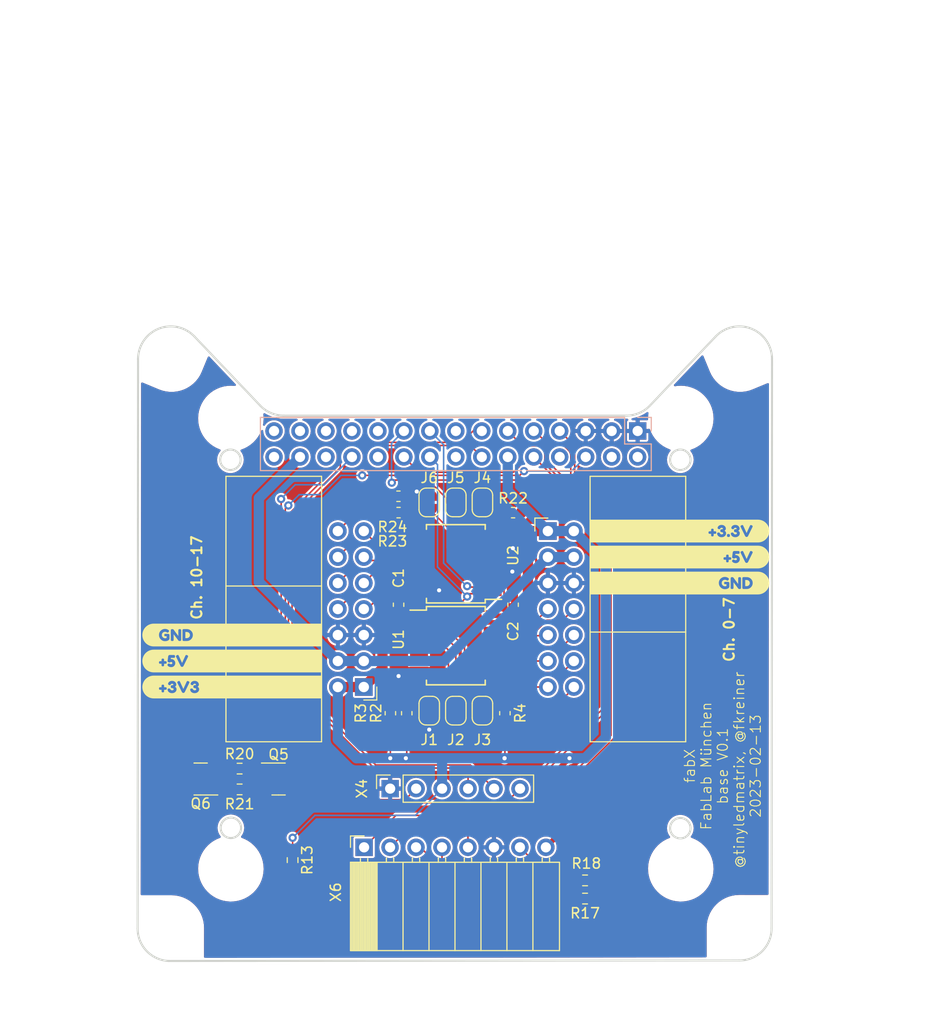
<source format=kicad_pcb>
(kicad_pcb (version 20211014) (generator pcbnew)
  (layers (0 "F.Cu" signal) (31 "B.Cu" signal) (34 "B.Paste" user) (35 "F.Paste" user) (36 "B.SilkS" user "B.Silkscreen") (37 "F.SilkS" user "F.Silkscreen") (38 "B.Mask" user) (39 "F.Mask" user) (44 "Edge.Cuts" user))
  (net 0 "")
  (net 1 "GND")
  (net 2 "SDA")
  (net 3 "SCL")
  (net 4 "Net-(J1-Pad2)")
  (net 5 "Net-(J2-Pad2)")
  (net 6 "Net-(J3-Pad2)")
  (net 7 "+3V3")
  (net 8 "+5V")
  (net 9 "RX")
  (net 10 "TX")
  (net 11 "Net-(J4-Pad2)")
  (net 12 "DTR")
  (net 13 "CTS")
  (net 14 "Net-(R18-Pad2)")
  (net 15 "Net-(R17-Pad2)")
  (net 16 "Net-(Q6-Pad1)")
  (net 17 "Net-(J5-Pad2)")
  (net 18 "Net-(J6-Pad2)")
  (net 19 "/coreRST")
  (net 20 "/COPI")
  (net 21 "Net-(Q5-Pad1)")
  (net 22 "/CIPO")
  (net 23 "/NFC_CS")
  (net 24 "/SCLK")
  (net 25 "Net-(D5-Pad2)")
  (net 27 "/NFC_RST")
  (net 28 "/NFC_IRQ")
  (net 32 "/G0(BOOT)")
  (net 38 "/Ch0")
  (net 39 "/Ch1")
  (net 40 "/Ch2")
  (net 41 "/Ch3")
  (net 42 "/Ch4")
  (net 43 "/Ch5")
  (net 44 "/Ch6")
  (net 45 "/Ch7")
  (net 56 "/Ch10")
  (net 57 "/Ch11")
  (net 58 "/Ch12")
  (net 59 "/Ch13")
  (net 60 "/Ch14")
  (net 61 "/Ch15")
  (net 62 "/Ch16")
  (net 63 "/Ch17")
  (footprint "Resistor_SMD:R_0603_1608Metric" (layer "F.Cu") (at 145.1 99.37 90)
    (fp_text reference "R2" (at 0 -3 90) (layer "F.SilkS"))
    (fp_text value "10k" hide)
    (pad "1" smd roundrect locked (at -0.7875 0 90) (size 0.875 0.95) (layers "F.Cu" "F.Paste" "F.Mask") (net 7 "+3V3"))
    (pad "2" smd roundrect locked (at 0.7875 0 90) (size 0.875 0.95) (layers "F.Cu" "F.Paste" "F.Mask") (net 4 "Net-(J1-Pad2)"))
  )
  (footprint "Jumper:SolderJumper-2_P1.3mm_Open_RoundedPad1.0x1.5mm" (layer "F.Cu") (at 152.5 99.12 90)
    (fp_text reference "J3" (at -2.85 0 180) (layer "F.SilkS"))
    (fp_text value "SolderJumper_2_Open")
    (pad "1" smd custom locked (at -0.65 0 90) (size 1 0.5) (layers "F.Cu" "F.Mask") (net 1 "GND") (options (clearance outline) (anchor rect)) (primitives (gr_circle (center 0 0.25) (end 0.5 0.25) (width 0) (fill yes)) (gr_circle (center 0 -0.25) (end 0.5 -0.25) (width 0) (fill yes)) (gr_poly (pts (xy 0 -0.75) (xy 0.5 -0.75) (xy 0.5 0.75) (xy 0 0.75)) (width 0) (fill yes))))
    (pad "2" smd custom locked (at 0.65 0 90) (size 1 0.5) (layers "F.Cu" "F.Mask") (net 6 "Net-(J3-Pad2)") (options (clearance outline) (anchor rect)) (primitives (gr_circle (center 0 0.25) (end 0.5 0.25) (width 0) (fill yes)) (gr_circle (center 0 -0.25) (end 0.5 -0.25) (width 0) (fill yes)) (gr_poly (pts (xy 0 -0.75) (xy -0.5 -0.75) (xy -0.5 0.75) (xy 0 0.75)) (width 0) (fill yes))))
  )
  (footprint "Connector_IDC:IDC-Header_2x07_P2.54mm_Horizontal" (layer "F.Cu") (at 158.9 81.57)
    (fp_text reference "X3" hide)
    (fp_text value "Conn_02x07_Odd_Even")
    (pad "1" thru_hole rect locked (at 0 0) (size 1.7272 1.7272) (drill 1.016) (layers *.Cu *.Mask) (net 7 "+3V3"))
    (pad "2" thru_hole oval locked (at 2.54 0) (size 1.7272 1.7272) (drill 1.016) (layers *.Cu *.Mask) (net 7 "+3V3"))
    (pad "3" thru_hole oval locked (at 0 2.54) (size 1.7272 1.7272) (drill 1.016) (layers *.Cu *.Mask) (net 8 "+5V"))
    (pad "4" thru_hole oval locked (at 2.54 2.54) (size 1.7272 1.7272) (drill 1.016) (layers *.Cu *.Mask) (net 8 "+5V"))
    (pad "5" thru_hole oval locked (at 0 5.08) (size 1.7272 1.7272) (drill 1.016) (layers *.Cu *.Mask) (net 1 "GND"))
    (pad "6" thru_hole oval locked (at 2.54 5.08) (size 1.7272 1.7272) (drill 1.016) (layers *.Cu *.Mask) (net 1 "GND"))
    (pad "7" thru_hole oval locked (at 0 7.62) (size 1.7272 1.7272) (drill 1.016) (layers *.Cu *.Mask) (net 45 "/Ch7"))
    (pad "8" thru_hole oval locked (at 2.54 7.62) (size 1.7272 1.7272) (drill 1.016) (layers *.Cu *.Mask) (net 44 "/Ch6"))
    (pad "9" thru_hole oval locked (at 0 10.16) (size 1.7272 1.7272) (drill 1.016) (layers *.Cu *.Mask) (net 43 "/Ch5"))
    (pad "10" thru_hole oval locked (at 2.54 10.16) (size 1.7272 1.7272) (drill 1.016) (layers *.Cu *.Mask) (net 42 "/Ch4"))
    (pad "11" thru_hole oval locked (at 0 12.7) (size 1.7272 1.7272) (drill 1.016) (layers *.Cu *.Mask) (net 41 "/Ch3"))
    (pad "12" thru_hole oval locked (at 2.54 12.7) (size 1.7272 1.7272) (drill 1.016) (layers *.Cu *.Mask) (net 40 "/Ch2"))
    (pad "13" thru_hole oval locked (at 0 15.24) (size 1.7272 1.7272) (drill 1.016) (layers *.Cu *.Mask) (net 39 "/Ch1"))
    (pad "14" thru_hole oval locked (at 2.54 15.24) (size 1.7272 1.7272) (drill 1.016) (layers *.Cu *.Mask) (net 38 "/Ch0"))
  )
  (footprint "Package_SO:SSOP-20_5.3x7.2mm_P0.65mm" (layer "F.Cu") (at 149.9 92.77)
    (fp_text reference "U1" (at -5.6 -0.6 90) (layer "F.SilkS"))
    (fp_text value "MCP23008" hide)
    (pad "1" smd rect locked (at -3.6 -2.925) (size 1.75 0.45) (layers "F.Cu" "F.Paste" "F.Mask") (net 3 "SCL"))
    (pad "2" smd rect locked (at -3.6 -2.275) (size 1.75 0.45) (layers "F.Cu" "F.Paste" "F.Mask") (net 2 "SDA"))
    (pad "3" smd rect locked (at -3.6 -1.625) (size 1.75 0.45) (layers "F.Cu" "F.Paste" "F.Mask") (net 6 "Net-(J3-Pad2)"))
    (pad "4" smd rect locked (at -3.6 -0.975) (size 1.75 0.45) (layers "F.Cu" "F.Paste" "F.Mask") (net 5 "Net-(J2-Pad2)"))
    (pad "5" smd rect locked (at -3.6 -0.325) (size 1.75 0.45) (layers "F.Cu" "F.Paste" "F.Mask") (net 4 "Net-(J1-Pad2)"))
    (pad "6" smd rect locked (at -3.6 0.325) (size 1.75 0.45) (layers "F.Cu" "F.Paste" "F.Mask") (net 7 "+3V3"))
    (pad "7" smd rect locked (at -3.6 0.975) (size 1.75 0.45) (layers "F.Cu" "F.Paste" "F.Mask"))
    (pad "8" smd rect locked (at -3.6 1.625) (size 1.75 0.45) (layers "F.Cu" "F.Paste" "F.Mask"))
    (pad "9" smd rect locked (at -3.6 2.275) (size 1.75 0.45) (layers "F.Cu" "F.Paste" "F.Mask") (net 1 "GND"))
    (pad "10" smd rect locked (at -3.6 2.925) (size 1.75 0.45) (layers "F.Cu" "F.Paste" "F.Mask"))
    (pad "11" smd rect locked (at 3.6 2.925) (size 1.75 0.45) (layers "F.Cu" "F.Paste" "F.Mask"))
    (pad "12" smd rect locked (at 3.6 2.275) (size 1.75 0.45) (layers "F.Cu" "F.Paste" "F.Mask") (net 38 "/Ch0"))
    (pad "13" smd rect locked (at 3.6 1.625) (size 1.75 0.45) (layers "F.Cu" "F.Paste" "F.Mask") (net 39 "/Ch1"))
    (pad "14" smd rect locked (at 3.6 0.975) (size 1.75 0.45) (layers "F.Cu" "F.Paste" "F.Mask") (net 40 "/Ch2"))
    (pad "15" smd rect locked (at 3.6 0.325) (size 1.75 0.45) (layers "F.Cu" "F.Paste" "F.Mask") (net 41 "/Ch3"))
    (pad "16" smd rect locked (at 3.6 -0.325) (size 1.75 0.45) (layers "F.Cu" "F.Paste" "F.Mask") (net 42 "/Ch4"))
    (pad "17" smd rect locked (at 3.6 -0.975) (size 1.75 0.45) (layers "F.Cu" "F.Paste" "F.Mask") (net 43 "/Ch5"))
    (pad "18" smd rect locked (at 3.6 -1.625) (size 1.75 0.45) (layers "F.Cu" "F.Paste" "F.Mask") (net 44 "/Ch6"))
    (pad "19" smd rect locked (at 3.6 -2.275) (size 1.75 0.45) (layers "F.Cu" "F.Paste" "F.Mask") (net 45 "/Ch7"))
    (pad "20" smd rect locked (at 3.6 -2.925) (size 1.75 0.45) (layers "F.Cu" "F.Paste" "F.Mask") (net 7 "+3V3"))
  )
  (footprint "Resistor_SMD:R_0603_1608Metric" (layer "F.Cu") (at 154.7 99.37 90)
    (fp_text reference "R4" (at 0 1.5 90) (layer "F.SilkS"))
    (fp_text value "10k" hide)
    (pad "1" smd roundrect locked (at -0.7875 0 90) (size 0.875 0.95) (layers "F.Cu" "F.Paste" "F.Mask") (net 7 "+3V3"))
    (pad "2" smd roundrect locked (at 0.7875 0 90) (size 0.875 0.95) (layers "F.Cu" "F.Paste" "F.Mask") (net 6 "Net-(J3-Pad2)"))
  )
  (footprint "Resistor_SMD:R_0603_1608Metric" (layer "F.Cu") (at 143.5 99.37 90)
    (fp_text reference "R3" (at 0 -2.9 90) (layer "F.SilkS"))
    (fp_text value "10k" hide)
    (pad "1" smd roundrect locked (at -0.7875 0 90) (size 0.875 0.95) (layers "F.Cu" "F.Paste" "F.Mask") (net 7 "+3V3"))
    (pad "2" smd roundrect locked (at 0.7875 0 90) (size 0.875 0.95) (layers "F.Cu" "F.Paste" "F.Mask") (net 5 "Net-(J2-Pad2)"))
  )
  (footprint "Jumper:SolderJumper-2_P1.3mm_Open_RoundedPad1.0x1.5mm" (layer "F.Cu") (at 149.9 99.12 90)
    (fp_text reference "J2" (at -2.85 0) (layer "F.SilkS"))
    (fp_text value "SolderJumper_2_Open")
    (pad "1" smd custom locked (at -0.65 0 90) (size 1 0.5) (layers "F.Cu" "F.Mask") (net 1 "GND") (options (clearance outline) (anchor rect)) (primitives (gr_circle (center 0 0.25) (end 0.5 0.25) (width 0) (fill yes)) (gr_circle (center 0 -0.25) (end 0.5 -0.25) (width 0) (fill yes)) (gr_poly (pts (xy 0 -0.75) (xy 0.5 -0.75) (xy 0.5 0.75) (xy 0 0.75)) (width 0) (fill yes))))
    (pad "2" smd custom locked (at 0.65 0 90) (size 1 0.5) (layers "F.Cu" "F.Mask") (net 5 "Net-(J2-Pad2)") (options (clearance outline) (anchor rect)) (primitives (gr_circle (center 0 0.25) (end 0.5 0.25) (width 0) (fill yes)) (gr_circle (center 0 -0.25) (end 0.5 -0.25) (width 0) (fill yes)) (gr_poly (pts (xy 0 -0.75) (xy -0.5 -0.75) (xy -0.5 0.75) (xy 0 0.75)) (width 0) (fill yes))))
  )
  (footprint "Jumper:SolderJumper-2_P1.3mm_Open_RoundedPad1.0x1.5mm" (layer "F.Cu") (at 147.3 78.77 -90)
    (fp_text reference "J6" (at -2.4 0) (layer "F.SilkS"))
    (fp_text value "SolderJumper_2_Open")
    (pad "1" smd custom locked (at -0.65 0 270) (size 1 0.5) (layers "F.Cu" "F.Mask") (net 1 "GND") (options (clearance outline) (anchor rect)) (primitives (gr_circle (center 0 0.25) (end 0.5 0.25) (width 0) (fill yes)) (gr_circle (center 0 -0.25) (end 0.5 -0.25) (width 0) (fill yes)) (gr_poly (pts (xy 0 -0.75) (xy 0.5 -0.75) (xy 0.5 0.75) (xy 0 0.75)) (width 0) (fill yes))))
    (pad "2" smd custom locked (at 0.65 0 270) (size 1 0.5) (layers "F.Cu" "F.Mask") (net 18 "Net-(J6-Pad2)") (options (clearance outline) (anchor rect)) (primitives (gr_circle (center 0 0.25) (end 0.5 0.25) (width 0) (fill yes)) (gr_circle (center 0 -0.25) (end 0.5 -0.25) (width 0) (fill yes)) (gr_poly (pts (xy 0 -0.75) (xy -0.5 -0.75) (xy -0.5 0.75) (xy 0 0.75)) (width 0) (fill yes))))
  )
  (footprint "Package_SO:SSOP-20_5.3x7.2mm_P0.65mm" (layer "F.Cu") (at 149.9 84.77 180)
    (fp_text reference "U2" (at -5.6 0.8 270) (layer "F.SilkS"))
    (fp_text value "MCP23008" hide)
    (pad "1" smd rect locked (at -3.6 -2.925 180) (size 1.75 0.45) (layers "F.Cu" "F.Paste" "F.Mask") (net 3 "SCL"))
    (pad "2" smd rect locked (at -3.6 -2.275 180) (size 1.75 0.45) (layers "F.Cu" "F.Paste" "F.Mask") (net 2 "SDA"))
    (pad "3" smd rect locked (at -3.6 -1.625 180) (size 1.75 0.45) (layers "F.Cu" "F.Paste" "F.Mask") (net 18 "Net-(J6-Pad2)"))
    (pad "4" smd rect locked (at -3.6 -0.975 180) (size 1.75 0.45) (layers "F.Cu" "F.Paste" "F.Mask") (net 17 "Net-(J5-Pad2)"))
    (pad "5" smd rect locked (at -3.6 -0.325 180) (size 1.75 0.45) (layers "F.Cu" "F.Paste" "F.Mask") (net 11 "Net-(J4-Pad2)"))
    (pad "6" smd rect locked (at -3.6 0.325 180) (size 1.75 0.45) (layers "F.Cu" "F.Paste" "F.Mask") (net 7 "+3V3"))
    (pad "7" smd rect locked (at -3.6 0.975 180) (size 1.75 0.45) (layers "F.Cu" "F.Paste" "F.Mask"))
    (pad "8" smd rect locked (at -3.6 1.625 180) (size 1.75 0.45) (layers "F.Cu" "F.Paste" "F.Mask"))
    (pad "9" smd rect locked (at -3.6 2.275 180) (size 1.75 0.45) (layers "F.Cu" "F.Paste" "F.Mask") (net 1 "GND"))
    (pad "10" smd rect locked (at -3.6 2.925 180) (size 1.75 0.45) (layers "F.Cu" "F.Paste" "F.Mask"))
    (pad "11" smd rect locked (at 3.6 2.925 180) (size 1.75 0.45) (layers "F.Cu" "F.Paste" "F.Mask"))
    (pad "12" smd rect locked (at 3.6 2.275 180) (size 1.75 0.45) (layers "F.Cu" "F.Paste" "F.Mask") (net 56 "/Ch10"))
    (pad "13" smd rect locked (at 3.6 1.625 180) (size 1.75 0.45) (layers "F.Cu" "F.Paste" "F.Mask") (net 57 "/Ch11"))
    (pad "14" smd rect locked (at 3.6 0.975 180) (size 1.75 0.45) (layers "F.Cu" "F.Paste" "F.Mask") (net 58 "/Ch12"))
    (pad "15" smd rect locked (at 3.6 0.325 180) (size 1.75 0.45) (layers "F.Cu" "F.Paste" "F.Mask") (net 59 "/Ch13"))
    (pad "16" smd rect locked (at 3.6 -0.325 180) (size 1.75 0.45) (layers "F.Cu" "F.Paste" "F.Mask") (net 60 "/Ch14"))
    (pad "17" smd rect locked (at 3.6 -0.975 180) (size 1.75 0.45) (layers "F.Cu" "F.Paste" "F.Mask") (net 61 "/Ch15"))
    (pad "18" smd rect locked (at 3.6 -1.625 180) (size 1.75 0.45) (layers "F.Cu" "F.Paste" "F.Mask") (net 62 "/Ch16"))
    (pad "19" smd rect locked (at 3.6 -2.275 180) (size 1.75 0.45) (layers "F.Cu" "F.Paste" "F.Mask") (net 63 "/Ch17"))
    (pad "20" smd rect locked (at 3.6 -2.925 180) (size 1.75 0.45) (layers "F.Cu" "F.Paste" "F.Mask") (net 7 "+3V3"))
  )
  (footprint "Capacitor_SMD:C_0603_1608Metric" (layer "F.Cu") (at 144.3 88.77 90)
    (fp_text reference "C1" (at 2.6 0 90) (layer "F.SilkS"))
    (fp_text value "100n 6v3 X7R" hide)
    (pad "1" smd roundrect locked (at -0.7875 0 90) (size 0.875 0.95) (layers "F.Cu" "F.Paste" "F.Mask") (net 1 "GND"))
    (pad "2" smd roundrect locked (at 0.7875 0 90) (size 0.875 0.95) (layers "F.Cu" "F.Paste" "F.Mask") (net 7 "+3V3"))
  )
  (footprint "Jumper:SolderJumper-2_P1.3mm_Open_RoundedPad1.0x1.5mm" (layer "F.Cu") (at 149.9 78.77 -90)
    (fp_text reference "J5" (at -2.4 0 180) (layer "F.SilkS"))
    (fp_text value "SolderJumper_2_Open")
    (pad "1" smd custom locked (at -0.65 0 270) (size 1 0.5) (layers "F.Cu" "F.Mask") (net 1 "GND") (options (clearance outline) (anchor rect)) (primitives (gr_circle (center 0 0.25) (end 0.5 0.25) (width 0) (fill yes)) (gr_circle (center 0 -0.25) (end 0.5 -0.25) (width 0) (fill yes)) (gr_poly (pts (xy 0 -0.75) (xy 0.5 -0.75) (xy 0.5 0.75) (xy 0 0.75)) (width 0) (fill yes))))
    (pad "2" smd custom locked (at 0.65 0 270) (size 1 0.5) (layers "F.Cu" "F.Mask") (net 17 "Net-(J5-Pad2)") (options (clearance outline) (anchor rect)) (primitives (gr_circle (center 0 0.25) (end 0.5 0.25) (width 0) (fill yes)) (gr_circle (center 0 -0.25) (end 0.5 -0.25) (width 0) (fill yes)) (gr_poly (pts (xy 0 -0.75) (xy -0.5 -0.75) (xy -0.5 0.75) (xy 0 0.75)) (width 0) (fill yes))))
  )
  (footprint "Jumper:SolderJumper-2_P1.3mm_Open_RoundedPad1.0x1.5mm" (layer "F.Cu") (at 147.3 99.12 90)
    (fp_text reference "J1" (at -2.85 0 180) (layer "F.SilkS"))
    (fp_text value "SolderJumper_2_Open")
    (pad "1" smd custom locked (at -0.65 0 90) (size 1 0.5) (layers "F.Cu" "F.Mask") (net 1 "GND") (options (clearance outline) (anchor rect)) (primitives (gr_circle (center 0 0.25) (end 0.5 0.25) (width 0) (fill yes)) (gr_circle (center 0 -0.25) (end 0.5 -0.25) (width 0) (fill yes)) (gr_poly (pts (xy 0 -0.75) (xy 0.5 -0.75) (xy 0.5 0.75) (xy 0 0.75)) (width 0) (fill yes))))
    (pad "2" smd custom locked (at 0.65 0 90) (size 1 0.5) (layers "F.Cu" "F.Mask") (net 4 "Net-(J1-Pad2)") (options (clearance outline) (anchor rect)) (primitives (gr_circle (center 0 0.25) (end 0.5 0.25) (width 0) (fill yes)) (gr_circle (center 0 -0.25) (end 0.5 -0.25) (width 0) (fill yes)) (gr_poly (pts (xy 0 -0.75) (xy -0.5 -0.75) (xy -0.5 0.75) (xy 0 0.75)) (width 0) (fill yes))))
  )
  (footprint "Jumper:SolderJumper-2_P1.3mm_Open_RoundedPad1.0x1.5mm" (layer "F.Cu") (at 152.5 78.77 -90)
    (fp_text reference "J4" (at -2.4 0 180) (layer "F.SilkS"))
    (fp_text value "SolderJumper_2_Open")
    (pad "1" smd custom locked (at -0.65 0 270) (size 1 0.5) (layers "F.Cu" "F.Mask") (net 1 "GND") (options (clearance outline) (anchor rect)) (primitives (gr_circle (center 0 0.25) (end 0.5 0.25) (width 0) (fill yes)) (gr_circle (center 0 -0.25) (end 0.5 -0.25) (width 0) (fill yes)) (gr_poly (pts (xy 0 -0.75) (xy 0.5 -0.75) (xy 0.5 0.75) (xy 0 0.75)) (width 0) (fill yes))))
    (pad "2" smd custom locked (at 0.65 0 270) (size 1 0.5) (layers "F.Cu" "F.Mask") (net 11 "Net-(J4-Pad2)") (options (clearance outline) (anchor rect)) (primitives (gr_circle (center 0 0.25) (end 0.5 0.25) (width 0) (fill yes)) (gr_circle (center 0 -0.25) (end 0.5 -0.25) (width 0) (fill yes)) (gr_poly (pts (xy 0 -0.75) (xy -0.5 -0.75) (xy -0.5 0.75) (xy 0 0.75)) (width 0) (fill yes))))
  )
  (footprint "Capacitor_SMD:C_0603_1608Metric" (layer "F.Cu") (at 155.5 88.77 -90)
    (fp_text reference "C2" (at 2.6 0 90) (layer "F.SilkS"))
    (fp_text value "100n 6v3 X7R" hide)
    (pad "1" smd roundrect locked (at -0.7875 0 270) (size 0.875 0.95) (layers "F.Cu" "F.Paste" "F.Mask") (net 1 "GND"))
    (pad "2" smd roundrect locked (at 0.7875 0 270) (size 0.875 0.95) (layers "F.Cu" "F.Paste" "F.Mask") (net 7 "+3V3"))
  )
  (footprint "Connector_PinSocket_2.54mm:PinSocket_1x06_P2.54mm_Vertical" (layer "F.Cu") (at 143.476975 106.7394 90)
    (fp_text reference "X4" (at 0 -2.77 90) (layer "F.SilkS"))
    (fp_text value "Conn_01x06")
    (pad "1" thru_hole rect (at 0 0 90) (size 1.7 1.7) (drill 1) (layers *.Cu *.Mask) (net 1 "GND"))
    (pad "2" thru_hole oval (at 0 2.54 90) (size 1.7 1.7) (drill 1) (layers *.Cu *.Mask) (net 13 "CTS"))
    (pad "3" thru_hole oval (at 0 5.08 90) (size 1.7 1.7) (drill 1) (layers *.Cu *.Mask) (net 7 "+3V3"))
    (pad "4" thru_hole oval (at 0 7.62 90) (size 1.7 1.7) (drill 1) (layers *.Cu *.Mask) (net 9 "RX"))
    (pad "5" thru_hole oval (at 0 10.16 90) (size 1.7 1.7) (drill 1) (layers *.Cu *.Mask) (net 10 "TX"))
    (pad "6" thru_hole oval (at 0 12.7 90) (size 1.7 1.7) (drill 1) (layers *.Cu *.Mask) (net 12 "DTR"))
  )
  (footprint "ownCon:MountingHole_3.2mm_M3_noSolderCorner" (layer "F.Cu") (at 122.1 64.77 -112.5)
    (fp_text reference "H8" hide)
    (fp_text value "MountingHole")
    (pad "" np_thru_hole circle locked (at 0 0 247.5) (size 3.2 3.2) (drill 3.2) (layers *.Cu *.Mask))
    (zone (net 0) (net_name "") (layers *.Cu) (connect_pads (clearance 0)) (min_thickness 0.254)
      (keepout (tracks not_allowed) (vias not_allowed) (pads allowed) (copperpour not_allowed) (footprints allowed))
      (fill (thermal_gap 0.508) (thermal_bridge_width 0.508))
      (polygon (pts (xy 120.873484 67.731073) (xy 121.211195 67.849338) (xy 121.559984 67.929221) (xy 121.915504 67.969727) (xy 122.273325 67.970352) (xy 122.628984 67.931087) (xy 122.978051 67.852421) (xy 123.316173 67.735336) (xy 123.639136 67.581291) (xy 123.942916 67.392204) (xy 124.223725 67.170435) (xy 124.478064 66.918745) (xy 124.702762 66.640274) (xy 124.895018 66.338492) (xy 125.047852 66.015259) (xy 125.056415 65.994587) (xy 126.281001 63.038172) (xy 123.326397 61.809216) (xy 122.862647 61.622244) (xy 122.585483 61.507439) (xy 122.215932 61.354365) (xy 121.84638 61.201292) (xy 121.38444 61.00995) (xy 120.830112 60.78034) (xy 120.368172 60.588999) (xy 120.023757 61.42049) (xy 119.870684 61.790042) (xy 119.794147 61.974818) (xy 119.679342 62.251982) (xy 119.488001 62.713921) (xy 119.334927 63.083473) (xy 119.220122 63.360637) (xy 119.143585 63.545413) (xy 118.89696 64.140819) (xy 118.722634 64.561681) (xy 118.378219 65.393172) (xy 117.918999 66.501828) (xy 120.791284 67.695672)))
    )
  )
  (footprint "Resistor_SMD:R_0603_1608Metric" (layer "F.Cu") (at 162.5372 117.4832 180)
    (fp_text reference "R17" (at 0 -1.43) (layer "F.SilkS"))
    (fp_text value "330")
    (pad "1" smd roundrect (at -0.825 0 180) (size 0.8 0.95) (layers "F.Cu" "F.Paste" "F.Mask") (net 20 "/COPI"))
    (pad "2" smd roundrect (at 0.825 0 180) (size 0.8 0.95) (layers "F.Cu" "F.Paste" "F.Mask") (net 15 "Net-(R17-Pad2)"))
  )
  (footprint "ownCon:MountingHole_3.2mm_M3_noSolder" (layer "F.Cu") (at 127.9 114.57)
    (fp_text reference "H13" hide)
    (fp_text value "MountingHole")
    (pad "" np_thru_hole circle locked (at 0 0) (size 3.2 3.2) (drill 3.2) (layers *.Cu *.Mask))
    (zone (net 0) (net_name "") (layers *.Cu) (connect_pads (clearance 0)) (min_thickness 0.254)
      (keepout (tracks not_allowed) (vias not_allowed) (pads allowed) (copperpour not_allowed) (footprints allowed))
      (fill (thermal_gap 0.508) (thermal_bridge_width 0.508))
      (polygon (pts (xy 131.105042 114.57) (xy 131.085068 114.212737) (xy 131.025395 113.859928) (xy 130.926766 113.515969) (xy 130.790411 113.185147) (xy 130.61803 112.871587) (xy 130.41177 112.579195) (xy 130.174204 112.311618) (xy 129.908292 112.072189) (xy 129.617347 111.863894) (xy 129.304998 111.689327) (xy 128.975136 111.550666) (xy 128.631874 111.449639) (xy 128.27949 111.387504) (xy 127.922375 111.365036) (xy 127.564982 111.382516) (xy 127.211764 111.439724) (xy 126.867125 111.535949) (xy 126.535359 111.669991) (xy 126.220603 111.840179) (xy 125.926779 112.044392) (xy 125.65755 112.280085) (xy 125.41627 112.54432) (xy 125.205949 112.833802) (xy 125.029206 113.144926) (xy 124.888246 113.473811) (xy 124.784824 113.81636) (xy 124.720231 114.168302) (xy 124.69527 114.525251) (xy 124.710254 114.882757) (xy 124.764996 115.236366) (xy 124.858813 115.581668) (xy 124.990535 115.914362) (xy 125.158522 116.230298) (xy 125.360678 116.525541) (xy 125.594486 116.796409) (xy 125.857029 117.039527) (xy 126.145037 117.251865) (xy 126.454919 117.430775) (xy 126.782812 117.574028) (xy 127.12463 117.679839) (xy 127.476113 117.746887) (xy 127.832879 117.774339) (xy 128.190481 117.761851) (xy 128.544463 117.70958) (xy 128.890412 117.618176) (xy 129.224017 117.488779) (xy 129.541119 117.323003) (xy 129.837766 117.122912) (xy 130.11026 116.891001) (xy 130.355205 116.630161) (xy 130.569548 116.343643) (xy 130.750617 116.035018) (xy 130.896156 115.708133) (xy 131.00435 115.367062) (xy 131.073851 115.016056) (xy 131.103792 114.65949)))
    )
  )
  (footprint "Resistor_SMD:R_0603_1608Metric" (layer "F.Cu") (at 133.9368 113.724 -90)
    (fp_text reference "R13" (at 0 -1.43 90) (layer "F.SilkS"))
    (fp_text value "1k")
    (pad "1" smd roundrect (at -0.825 0 270) (size 0.8 0.95) (layers "F.Cu" "F.Paste" "F.Mask") (net 7 "+3V3"))
    (pad "2" smd roundrect (at 0.825 0 270) (size 0.8 0.95) (layers "F.Cu" "F.Paste" "F.Mask") (net 25 "Net-(D5-Pad2)"))
  )
  (footprint "Connector_PinSocket_2.54mm:PinSocket_1x08_P2.54mm_Horizontal" (layer "F.Cu") (at 140.926975 112.4736 90)
    (fp_text reference "X6" (at -4.38 -2.77 90) (layer "F.SilkS"))
    (fp_text value "Conn_01x08")
    (pad "1" thru_hole rect (at 0 0 90) (size 1.7 1.7) (drill 1) (layers *.Cu *.Mask) (net 23 "/NFC_CS"))
    (pad "2" thru_hole oval (at 0 2.54 90) (size 1.7 1.7) (drill 1) (layers *.Cu *.Mask) (net 24 "/SCLK"))
    (pad "3" thru_hole oval (at 0 5.08 90) (size 1.7 1.7) (drill 1) (layers *.Cu *.Mask) (net 15 "Net-(R17-Pad2)"))
    (pad "4" thru_hole oval (at 0 7.62 90) (size 1.7 1.7) (drill 1) (layers *.Cu *.Mask) (net 14 "Net-(R18-Pad2)"))
    (pad "5" thru_hole oval (at 0 10.16 90) (size 1.7 1.7) (drill 1) (layers *.Cu *.Mask) (net 28 "/NFC_IRQ"))
    (pad "6" thru_hole oval (at 0 12.7 90) (size 1.7 1.7) (drill 1) (layers *.Cu *.Mask) (net 1 "GND"))
    (pad "7" thru_hole oval (at 0 15.24 90) (size 1.7 1.7) (drill 1) (layers *.Cu *.Mask) (net 27 "/NFC_RST"))
    (pad "8" thru_hole oval (at 0 17.78 90) (size 1.7 1.7) (drill 1) (layers *.Cu *.Mask) (net 7 "+3V3"))
  )
  (footprint "ownCon:MountingHole_3.2mm_M3_noSolder" (layer "F.Cu") (at 171.9 70.57)
    (fp_text reference "H4" hide)
    (fp_text value "MountingHole")
    (pad "" np_thru_hole circle locked (at 0 0) (size 3.2 3.2) (drill 3.2) (layers *.Cu *.Mask))
    (zone (net 0) (net_name "") (layers *.Cu) (connect_pads (clearance 0)) (min_thickness 0.254)
      (keepout (tracks not_allowed) (vias not_allowed) (pads allowed) (copperpour not_allowed) (footprints allowed))
      (fill (thermal_gap 0.508) (thermal_bridge_width 0.508))
      (polygon (pts (xy 175.105042 70.57) (xy 175.085068 70.212737) (xy 175.025395 69.859928) (xy 174.926766 69.515969) (xy 174.790411 69.185147) (xy 174.61803 68.871587) (xy 174.41177 68.579195) (xy 174.174204 68.311618) (xy 173.908292 68.072189) (xy 173.617347 67.863894) (xy 173.304998 67.689327) (xy 172.975136 67.550666) (xy 172.631874 67.449639) (xy 172.27949 67.387504) (xy 171.922375 67.365036) (xy 171.564982 67.382516) (xy 171.211764 67.439724) (xy 170.867125 67.535949) (xy 170.535359 67.669991) (xy 170.220603 67.840179) (xy 169.926779 68.044392) (xy 169.65755 68.280085) (xy 169.41627 68.54432) (xy 169.205949 68.833802) (xy 169.029206 69.144926) (xy 168.888246 69.473811) (xy 168.784824 69.81636) (xy 168.720231 70.168302) (xy 168.69527 70.525251) (xy 168.710254 70.882757) (xy 168.764996 71.236366) (xy 168.858813 71.581668) (xy 168.990535 71.914362) (xy 169.158522 72.230298) (xy 169.360678 72.525541) (xy 169.594486 72.796409) (xy 169.857029 73.039527) (xy 170.145037 73.251865) (xy 170.454919 73.430775) (xy 170.782812 73.574028) (xy 171.12463 73.679839) (xy 171.476113 73.746887) (xy 171.832879 73.774339) (xy 172.190481 73.761851) (xy 172.544463 73.70958) (xy 172.890412 73.618176) (xy 173.224017 73.488779) (xy 173.541119 73.323003) (xy 173.837766 73.122912) (xy 174.11026 72.891001) (xy 174.355205 72.630161) (xy 174.569548 72.343643) (xy 174.750617 72.035018) (xy 174.896156 71.708133) (xy 175.00435 71.367062) (xy 175.073851 71.016056) (xy 175.103792 70.65949)))
    )
  )
  (footprint "kibuzzard-632A4565" (layer "F.Cu") (at 171.8 84.11)
    (fp_text reference "kibuzzard-632A4565" hide)
    (fp_text value "G***" hide)
  )
  (footprint "Resistor_SMD:R_0603_1608Metric" (layer "F.Cu") (at 128.7552 104.7832)
    (fp_text reference "R20" (at 0 -1.43) (layer "F.SilkS"))
    (fp_text value "10k")
    (pad "1" smd roundrect (at -0.825 0) (size 0.8 0.95) (layers "F.Cu" "F.Paste" "F.Mask") (net 12 "DTR"))
    (pad "2" smd roundrect (at 0.825 0) (size 0.8 0.95) (layers "F.Cu" "F.Paste" "F.Mask") (net 21 "Net-(Q5-Pad1)"))
  )
  (footprint "Resistor_SMD:R_0603_1608Metric" (layer "F.Cu") (at 144.3 79.77)
    (fp_text reference "R23" (at -0.6 2.8) (layer "F.SilkS"))
    (fp_text value "10k")
    (pad "1" smd roundrect locked (at -0.7875 0) (size 0.875 0.95) (layers "F.Cu" "F.Paste" "F.Mask") (net 7 "+3V3"))
    (pad "2" smd roundrect locked (at 0.7875 0) (size 0.875 0.95) (layers "F.Cu" "F.Paste" "F.Mask") (net 17 "Net-(J5-Pad2)"))
  )
  (footprint "kibuzzard-635FD364" (layer "F.Cu") (at 128 96.81)
    (fp_text reference "kibuzzard-635FD364" hide)
    (fp_text value "G***" hide)
  )
  (footprint "ownCon:MountingHole_3.2mm_M3_noSolder" (layer "F.Cu") (at 127.9 70.57)
    (fp_text reference "H10" hide)
    (fp_text value "MountingHole")
    (pad "" np_thru_hole circle locked (at 0 0) (size 3.2 3.2) (drill 3.2) (layers *.Cu *.Mask))
    (zone (net 0) (net_name "") (layers *.Cu) (connect_pads (clearance 0)) (min_thickness 0.254)
      (keepout (tracks not_allowed) (vias not_allowed) (pads allowed) (copperpour not_allowed) (footprints allowed))
      (fill (thermal_gap 0.508) (thermal_bridge_width 0.508))
      (polygon (pts (xy 131.105042 70.57) (xy 131.085068 70.212737) (xy 131.025395 69.859928) (xy 130.926766 69.515969) (xy 130.790411 69.185147) (xy 130.61803 68.871587) (xy 130.41177 68.579195) (xy 130.174204 68.311618) (xy 129.908292 68.072189) (xy 129.617347 67.863894) (xy 129.304998 67.689327) (xy 128.975136 67.550666) (xy 128.631874 67.449639) (xy 128.27949 67.387504) (xy 127.922375 67.365036) (xy 127.564982 67.382516) (xy 127.211764 67.439724) (xy 126.867125 67.535949) (xy 126.535359 67.669991) (xy 126.220603 67.840179) (xy 125.926779 68.044392) (xy 125.65755 68.280085) (xy 125.41627 68.54432) (xy 125.205949 68.833802) (xy 125.029206 69.144926) (xy 124.888246 69.473811) (xy 124.784824 69.81636) (xy 124.720231 70.168302) (xy 124.69527 70.525251) (xy 124.710254 70.882757) (xy 124.764996 71.236366) (xy 124.858813 71.581668) (xy 124.990535 71.914362) (xy 125.158522 72.230298) (xy 125.360678 72.525541) (xy 125.594486 72.796409) (xy 125.857029 73.039527) (xy 126.145037 73.251865) (xy 126.454919 73.430775) (xy 126.782812 73.574028) (xy 127.12463 73.679839) (xy 127.476113 73.746887) (xy 127.832879 73.774339) (xy 128.190481 73.761851) (xy 128.544463 73.70958) (xy 128.890412 73.618176) (xy 129.224017 73.488779) (xy 129.541119 73.323003) (xy 129.837766 73.122912) (xy 130.11026 72.891001) (xy 130.355205 72.630161) (xy 130.569548 72.343643) (xy 130.750617 72.035018) (xy 130.896156 71.708133) (xy 131.00435 71.367062) (xy 131.073851 71.016056) (xy 131.103792 70.65949)))
    )
  )
  (footprint "Connector_IDC:IDC-Header_2x07_P2.54mm_Horizontal" (layer "F.Cu") (at 140.9 96.81 180)
    (fp_text reference "X5" hide)
    (fp_text value "Conn_02x07_Odd_Even")
    (pad "1" thru_hole rect (at 0 0 180) (size 1.7272 1.7272) (drill 1.016) (layers *.Cu *.Mask) (net 7 "+3V3"))
    (pad "2" thru_hole oval (at 2.54 0 180) (size 1.7272 1.7272) (drill 1.016) (layers *.Cu *.Mask) (net 7 "+3V3"))
    (pad "3" thru_hole oval (at 0 2.54 180) (size 1.7272 1.7272) (drill 1.016) (layers *.Cu *.Mask) (net 8 "+5V"))
    (pad "4" thru_hole oval (at 2.54 2.54 180) (size 1.7272 1.7272) (drill 1.016) (layers *.Cu *.Mask) (net 8 "+5V"))
    (pad "5" thru_hole oval (at 0 5.08 180) (size 1.7272 1.7272) (drill 1.016) (layers *.Cu *.Mask) (net 1 "GND"))
    (pad "6" thru_hole oval (at 2.54 5.08 180) (size 1.7272 1.7272) (drill 1.016) (layers *.Cu *.Mask) (net 1 "GND"))
    (pad "7" thru_hole oval (at 0 7.62 180) (size 1.7272 1.7272) (drill 1.016) (layers *.Cu *.Mask) (net 63 "/Ch17"))
    (pad "8" thru_hole oval (at 2.54 7.62 180) (size 1.7272 1.7272) (drill 1.016) (layers *.Cu *.Mask) (net 62 "/Ch16"))
    (pad "9" thru_hole oval (at 0 10.16 180) (size 1.7272 1.7272) (drill 1.016) (layers *.Cu *.Mask) (net 61 "/Ch15"))
    (pad "10" thru_hole oval (at 2.54 10.16 180) (size 1.7272 1.7272) (drill 1.016) (layers *.Cu *.Mask) (net 60 "/Ch14"))
    (pad "11" thru_hole oval (at 0 12.7 180) (size 1.7272 1.7272) (drill 1.016) (layers *.Cu *.Mask) (net 59 "/Ch13"))
    (pad "12" thru_hole oval (at 2.54 12.7 180) (size 1.7272 1.7272) (drill 1.016) (layers *.Cu *.Mask) (net 58 "/Ch12"))
    (pad "13" thru_hole oval (at 0 15.24 180) (size 1.7272 1.7272) (drill 1.016) (layers *.Cu *.Mask) (net 57 "/Ch11"))
    (pad "14" thru_hole oval (at 2.54 15.24 180) (size 1.7272 1.7272) (drill 1.016) (layers *.Cu *.Mask) (net 56 "/Ch10"))
  )
  (footprint "Resistor_SMD:R_0603_1608Metric" (layer "F.Cu") (at 144.2875 78.17)
    (fp_text reference "R24" (at -0.5875 3) (layer "F.SilkS"))
    (fp_text value "10k")
    (pad "1" smd roundrect locked (at -0.7875 0) (size 0.875 0.95) (layers "F.Cu" "F.Paste" "F.Mask") (net 7 "+3V3"))
    (pad "2" smd roundrect locked (at 0.7875 0) (size 0.875 0.95) (layers "F.Cu" "F.Paste" "F.Mask") (net 18 "Net-(J6-Pad2)"))
  )
  (footprint "ownCon:MountingHole_3.2mm_M3_noSolderCorner" (layer "F.Cu") (at 122.075 120.356)
    (fp_text reference "H11" hide)
    (fp_text value "MountingHole")
    (pad "" np_thru_hole circle locked (at 0 0) (size 3.2 3.2) (drill 3.2) (layers *.Cu *.Mask))
    (zone (net 0) (net_name "") (layers *.Cu) (connect_pads (clearance 0)) (min_thickness 0.254)
      (keepout (tracks not_allowed) (vias not_allowed) (pads allowed) (copperpour not_allowed) (footprints allowed))
      (fill (thermal_gap 0.508) (thermal_bridge_width 0.508))
      (polygon (pts (xy 125.280042 120.356001) (xy 125.260069 119.998737) (xy 125.200395 119.645928) (xy 125.101766 119.301969) (xy 124.965411 118.971147) (xy 124.79303 118.657587) (xy 124.58677 118.365195) (xy 124.349204 118.097618) (xy 124.083292 117.858189) (xy 123.792347 117.649894) (xy 123.479998 117.475327) (xy 123.150136 117.336666) (xy 122.806874 117.235639) (xy 122.45449 117.173505) (xy 122.097375 117.156) (xy 122.075 117.156) (xy 118.875001 117.156) (xy 118.87027 120.356) (xy 118.875 120.856) (xy 118.875 121.156) (xy 118.875001 121.556) (xy 118.875 121.956) (xy 118.875 122.456) (xy 118.875 123.056) (xy 118.875 123.555999) (xy 119.775 123.556) (xy 120.175 123.556) (xy 120.375 123.556) (xy 120.675 123.556) (xy 121.174999 123.556) (xy 121.575 123.556) (xy 121.875 123.556) (xy 122.075 123.556) (xy 122.719463 123.556) (xy 123.174999 123.556) (xy 124.075 123.556) (xy 125.274999 123.556) (xy 125.278792 120.44549)))
    )
  )
  (footprint "Package_TO_SOT_SMD:SOT-23" (layer "F.Cu") (at 132.5652 105.7992)
    (fp_text reference "Q5" (at 0 -2.4) (layer "F.SilkS"))
    (fp_text value "BCX19")
    (pad "1" smd roundrect (at -0.9375 -0.95) (size 1.475 0.6) (layers "F.Cu" "F.Paste" "F.Mask") (net 21 "Net-(Q5-Pad1)"))
    (pad "2" smd roundrect (at -0.9375 0.95) (size 1.475 0.6) (layers "F.Cu" "F.Paste" "F.Mask") (net 13 "CTS"))
    (pad "3" smd roundrect (at 0.9375 0) (size 1.475 0.6) (layers "F.Cu" "F.Paste" "F.Mask") (net 19 "/coreRST"))
  )
  (footprint "kibuzzard-635FD378" (layer "F.Cu") (at 128 91.73)
    (fp_text reference "kibuzzard-635FD378" hide)
    (fp_text value "G***" hide)
  )
  (footprint "ownCon:MountingHole_3.2mm_M3_noSolderCorner" (layer "F.Cu") (at 177.7 64.77 -157.5)
    (fp_text reference "H11" hide)
    (fp_text value "MountingHole")
    (pad "" np_thru_hole circle locked (at 0 0 202.5) (size 3.2 3.2) (drill 3.2) (layers *.Cu *.Mask))
    (zone (net 0) (net_name "") (layers *.Cu) (connect_pads (clearance 0)) (min_thickness 0.254)
      (keepout (tracks not_allowed) (vias not_allowed) (pads allowed) (copperpour not_allowed) (footprints allowed))
      (fill (thermal_gap 0.508) (thermal_bridge_width 0.508))
      (polygon (pts (xy 174.738927 65.996516) (xy 174.894099 66.318941) (xy 175.084244 66.622058) (xy 175.306993 66.902091) (xy 175.559569 67.15555) (xy 175.838822 67.379274) (xy 176.141275 67.570477) (xy 176.463155 67.726773) (xy 176.800451 67.846217) (xy 177.14896 67.927316) (xy 177.504337 67.969064) (xy 177.862153 67.970938) (xy 178.217947 67.932914) (xy 178.567285 67.855467) (xy 178.903915 67.734977) (xy 178.924587 67.726415) (xy 181.881001 66.501828) (xy 180.660784 63.543603) (xy 180.465073 63.083473) (xy 180.350268 62.806309) (xy 180.197194 62.436758) (xy 180.044121 62.067206) (xy 179.852779 61.605266) (xy 179.623169 61.050938) (xy 179.431828 60.588999) (xy 178.600336 60.933414) (xy 178.230784 61.086487) (xy 178.046008 61.163024) (xy 177.768844 61.277829) (xy 177.306905 61.46917) (xy 176.937353 61.622244) (xy 176.660189 61.737049) (xy 176.475413 61.813585) (xy 175.880007 62.060211) (xy 175.459146 62.234537) (xy 174.627654 62.578952) (xy 173.518999 63.038172) (xy 174.705836 65.91336)))
    )
  )
  (footprint "Resistor_SMD:R_0603_1608Metric" (layer "F.Cu") (at 128.7552 106.8152 180)
    (fp_text reference "R21" (at 0 -1.43) (layer "F.SilkS"))
    (fp_text value "10k")
    (pad "1" smd roundrect (at -0.825 0 180) (size 0.8 0.95) (layers "F.Cu" "F.Paste" "F.Mask") (net 13 "CTS"))
    (pad "2" smd roundrect (at 0.825 0 180) (size 0.8 0.95) (layers "F.Cu" "F.Paste" "F.Mask") (net 16 "Net-(Q6-Pad1)"))
  )
  (footprint "Package_TO_SOT_SMD:SOT-23" (layer "F.Cu") (at 124.9452 105.7992 180)
    (fp_text reference "Q6" (at 0 -2.4) (layer "F.SilkS"))
    (fp_text value "BCX19")
    (pad "1" smd roundrect (at -0.9375 -0.95 180) (size 1.475 0.6) (layers "F.Cu" "F.Paste" "F.Mask") (net 16 "Net-(Q6-Pad1)"))
    (pad "2" smd roundrect (at -0.9375 0.95 180) (size 1.475 0.6) (layers "F.Cu" "F.Paste" "F.Mask") (net 12 "DTR"))
    (pad "3" smd roundrect (at 0.9375 0 180) (size 1.475 0.6) (layers "F.Cu" "F.Paste" "F.Mask") (net 32 "/G0(BOOT)"))
  )
  (footprint "kibuzzard-632A4549" (layer "F.Cu") (at 171.8 86.65)
    (fp_text reference "kibuzzard-632A4549" hide)
    (fp_text value "G***" hide)
  )
  (footprint "kibuzzard-632A457B" (layer "F.Cu") (at 171.8 81.57)
    (fp_text reference "kibuzzard-632A457B" hide)
    (fp_text value "G***" hide)
  )
  (footprint "ownCon:MountingHole_3.2mm_M3_noSolder" (layer "F.Cu") (at 171.9 114.57)
    (fp_text reference "H12" hide)
    (fp_text value "MountingHole")
    (pad "" np_thru_hole circle locked (at 0 0) (size 3.2 3.2) (drill 3.2) (layers *.Cu *.Mask))
    (zone (net 0) (net_name "") (layers *.Cu) (connect_pads (clearance 0)) (min_thickness 0.254)
      (keepout (tracks not_allowed) (vias not_allowed) (pads allowed) (copperpour not_allowed) (footprints allowed))
      (fill (thermal_gap 0.508) (thermal_bridge_width 0.508))
      (polygon (pts (xy 175.105042 114.57) (xy 175.085068 114.212737) (xy 175.025395 113.859928) (xy 174.926766 113.515969) (xy 174.790411 113.185147) (xy 174.61803 112.871587) (xy 174.41177 112.579195) (xy 174.174204 112.311618) (xy 173.908292 112.072189) (xy 173.617347 111.863894) (xy 173.304998 111.689327) (xy 172.975136 111.550666) (xy 172.631874 111.449639) (xy 172.27949 111.387504) (xy 171.922375 111.365036) (xy 171.564982 111.382516) (xy 171.211764 111.439724) (xy 170.867125 111.535949) (xy 170.535359 111.669991) (xy 170.220603 111.840179) (xy 169.926779 112.044392) (xy 169.65755 112.280085) (xy 169.41627 112.54432) (xy 169.205949 112.833802) (xy 169.029206 113.144926) (xy 168.888246 113.473811) (xy 168.784824 113.81636) (xy 168.720231 114.168302) (xy 168.69527 114.525251) (xy 168.710254 114.882757) (xy 168.764996 115.236366) (xy 168.858813 115.581668) (xy 168.990535 115.914362) (xy 169.158522 116.230298) (xy 169.360678 116.525541) (xy 169.594486 116.796409) (xy 169.857029 117.039527) (xy 170.145037 117.251865) (xy 170.454919 117.430775) (xy 170.782812 117.574028) (xy 171.12463 117.679839) (xy 171.476113 117.746887) (xy 171.832879 117.774339) (xy 172.190481 117.761851) (xy 172.544463 117.70958) (xy 172.890412 117.618176) (xy 173.224017 117.488779) (xy 173.541119 117.323003) (xy 173.837766 117.122912) (xy 174.11026 116.891001) (xy 174.355205 116.630161) (xy 174.569548 116.343643) (xy 174.750617 116.035018) (xy 174.896156 115.708133) (xy 175.00435 115.367062) (xy 175.073851 115.016056) (xy 175.103792 114.65949)))
    )
  )
  (footprint "kibuzzard-635FD36E" (layer "F.Cu") (at 128 94.27)
    (fp_text reference "kibuzzard-635FD36E" hide)
    (fp_text value "G***" hide)
  )
  (footprint "Resistor_SMD:R_0603_1608Metric" (layer "F.Cu") (at 155.5 79.77 180)
    (fp_text reference "R22" (at 0 1.4) (layer "F.SilkS"))
    (fp_text value "10k")
    (pad "1" smd roundrect locked (at -0.7875 0 180) (size 0.875 0.95) (layers "F.Cu" "F.Paste" "F.Mask") (net 7 "+3V3"))
    (pad "2" smd roundrect locked (at 0.7875 0 180) (size 0.875 0.95) (layers "F.Cu" "F.Paste" "F.Mask") (net 11 "Net-(J4-Pad2)"))
  )
  (footprint "ownCon:MountingHole_3.2mm_M3_noSolderCorner" (layer "F.Cu") (at 177.6274 120.328 90)
    (fp_text reference "H11" hide)
    (fp_text value "MountingHole")
    (pad "" np_thru_hole circle locked (at 0 0 90) (size 3.2 3.2) (drill 3.2) (layers *.Cu *.Mask))
    (zone (net 0) (net_name "") (layers *.Cu) (connect_pads (clearance 0)) (min_thickness 0.254)
      (keepout (tracks not_allowed) (vias not_allowed) (pads allowed) (copperpour not_allowed) (footprints allowed))
      (fill (thermal_gap 0.508) (thermal_bridge_width 0.508))
      (polygon (pts (xy 177.627401 117.122958) (xy 177.270137 117.142931) (xy 176.917328 117.202605) (xy 176.573369 117.301234) (xy 176.242547 117.437589) (xy 175.928987 117.60997) (xy 175.636595 117.81623) (xy 175.369018 118.053796) (xy 175.129589 118.319708) (xy 174.921294 118.610653) (xy 174.746727 118.923002) (xy 174.608066 119.252864) (xy 174.507039 119.596126) (xy 174.444905 119.94851) (xy 174.4274 120.305625) (xy 174.4274 120.328) (xy 174.4274 123.527999) (xy 177.6274 123.53273) (xy 178.1274 123.528) (xy 178.4274 123.528) (xy 178.8274 123.527999) (xy 179.2274 123.528) (xy 179.7274 123.528) (xy 180.3274 123.528) (xy 180.827399 123.528) (xy 180.8274 122.628) (xy 180.8274 122.228) (xy 180.8274 122.028) (xy 180.8274 121.728) (xy 180.8274 121.228001) (xy 180.8274 120.828) (xy 180.8274 120.528) (xy 180.8274 120.328) (xy 180.8274 119.683537) (xy 180.8274 119.228001) (xy 180.8274 118.328) (xy 180.8274 117.128001) (xy 177.71689 117.124208)))
    )
  )
  (footprint "Resistor_SMD:R_0603_1608Metric" (layer "F.Cu") (at 162.5372 115.7052 180)
    (fp_text reference "R18" (at -0.127 1.651) (layer "F.SilkS"))
    (fp_text value "330")
    (pad "1" smd roundrect (at -0.825 0 180) (size 0.8 0.95) (layers "F.Cu" "F.Paste" "F.Mask") (net 22 "/CIPO"))
    (pad "2" smd roundrect (at 0.825 0 180) (size 0.8 0.95) (layers "F.Cu" "F.Paste" "F.Mask") (net 14 "Net-(R18-Pad2)"))
  )
  (footprint "Connector_PinSocket_2.54mm:PinSocket_2x15_P2.54mm_Vertical" (layer "B.Cu") (at 167.68 71.7914 90)
    (fp_text reference "X1" hide)
    (fp_text value "Conn_02x15_Odd_Even" hide)
    (pad "1" thru_hole rect locked (at 0 0 90) (size 1.7 1.7) (drill 1) (layers *.Cu *.Mask) (net 1 "GND"))
    (pad "2" thru_hole oval locked (at -2.54 0 90) (size 1.7 1.7) (drill 1) (layers *.Cu *.Mask))
    (pad "3" thru_hole oval locked (at 0 -2.54 90) (size 1.7 1.7) (drill 1) (layers *.Cu *.Mask) (net 1 "GND"))
    (pad "4" thru_hole oval locked (at -2.54 -2.54 90) (size 1.7 1.7) (drill 1) (layers *.Cu *.Mask))
    (pad "5" thru_hole oval locked (at 0 -5.08 90) (size 1.7 1.7) (drill 1) (layers *.Cu *.Mask) (net 1 "GND"))
    (pad "6" thru_hole oval locked (at -2.54 -5.08 90) (size 1.7 1.7) (drill 1) (layers *.Cu *.Mask) (net 19 "/coreRST"))
    (pad "7" thru_hole oval locked (at 0 -7.62 90) (size 1.7 1.7) (drill 1) (layers *.Cu *.Mask) (net 20 "/COPI"))
    (pad "8" thru_hole oval locked (at -2.54 -7.62 90) (size 1.7 1.7) (drill 1) (layers *.Cu *.Mask))
    (pad "9" thru_hole oval locked (at 0 -10.16 90) (size 1.7 1.7) (drill 1) (layers *.Cu *.Mask) (net 22 "/CIPO"))
    (pad "10" thru_hole oval locked (at -2.54 -10.16 90) (size 1.7 1.7) (drill 1) (layers *.Cu *.Mask) (net 28 "/NFC_IRQ"))
    (pad "11" thru_hole oval locked (at 0 -12.7 90) (size 1.7 1.7) (drill 1) (layers *.Cu *.Mask) (net 24 "/SCLK"))
    (pad "12" thru_hole oval locked (at -2.54 -12.7 90) (size 1.7 1.7) (drill 1) (layers *.Cu *.Mask) (net 7 "+3V3"))
    (pad "13" thru_hole oval locked (at 0 -15.24 90) (size 1.7 1.7) (drill 1) (layers *.Cu *.Mask) (net 9 "RX"))
    (pad "14" thru_hole oval locked (at -2.54 -15.24 90) (size 1.7 1.7) (drill 1) (layers *.Cu *.Mask) (net 10 "TX"))
    (pad "15" thru_hole oval locked (at 0 -17.78 90) (size 1.7 1.7) (drill 1) (layers *.Cu *.Mask))
    (pad "16" thru_hole oval locked (at -2.54 -17.78 90) (size 1.7 1.7) (drill 1) (layers *.Cu *.Mask))
    (pad "17" thru_hole oval locked (at 0 -20.32 90) (size 1.7 1.7) (drill 1) (layers *.Cu *.Mask) (net 2 "SDA"))
    (pad "18" thru_hole oval locked (at -2.54 -20.32 90) (size 1.7 1.7) (drill 1) (layers *.Cu *.Mask) (net 3 "SCL"))
    (pad "19" thru_hole oval locked (at 0 -22.86 90) (size 1.7 1.7) (drill 1) (layers *.Cu *.Mask) (net 23 "/NFC_CS"))
    (pad "20" thru_hole oval locked (at -2.54 -22.86 90) (size 1.7 1.7) (drill 1) (layers *.Cu *.Mask) (net 27 "/NFC_RST"))
    (pad "21" thru_hole oval locked (at 0 -25.4 90) (size 1.7 1.7) (drill 1) (layers *.Cu *.Mask))
    (pad "22" thru_hole oval locked (at -2.54 -25.4 90) (size 1.7 1.7) (drill 1) (layers *.Cu *.Mask))
    (pad "23" thru_hole oval locked (at 0 -27.94 90) (size 1.7 1.7) (drill 1) (layers *.Cu *.Mask))
    (pad "24" thru_hole oval locked (at -2.54 -27.94 90) (size 1.7 1.7) (drill 1) (layers *.Cu *.Mask) (net 32 "/G0(BOOT)"))
    (pad "25" thru_hole oval locked (at 0 -30.48 90) (size 1.7 1.7) (drill 1) (layers *.Cu *.Mask))
    (pad "26" thru_hole oval locked (at -2.54 -30.48 90) (size 1.7 1.7) (drill 1) (layers *.Cu *.Mask))
    (pad "27" thru_hole oval locked (at 0 -33.02 90) (size 1.7 1.7) (drill 1) (layers *.Cu *.Mask))
    (pad "28" thru_hole oval locked (at -2.54 -33.02 90) (size 1.7 1.7) (drill 1) (layers *.Cu *.Mask) (net 8 "+5V"))
    (pad "29" thru_hole oval locked (at 0 -35.56 90) (size 1.7 1.7) (drill 1) (layers *.Cu *.Mask))
    (pad "30" thru_hole oval locked (at -2.54 -35.56 90) (size 1.7 1.7) (drill 1) (layers *.Cu *.Mask))
  )
  (gr_line locked (start 175.306959 62.563104) (end 168.892489 69.298297) (layer "Edge.Cuts") (width 0.2))
  (gr_arc locked (start 118.8242 64.77) (mid 120.83575 61.798875) (end 124.341441 62.563104) (layer "Edge.Cuts") (width 0.2))
  (gr_circle (center 127.85555 74.604875) (end 126.85555 74.604875) (layer "Edge.Cuts") (width 0.2) (fill none))
  (gr_line locked (start 118.77975 120.404875) (end 118.8242 64.77) (layer "Edge.Cuts") (width 0.2))
  (gr_arc locked (start 175.306959 62.563104) (mid 178.81265 61.798875) (end 180.8242 64.77) (layer "Edge.Cuts") (width 0.2))
  (gr_arc locked (start 180.77975 120.404875) (mid 179.844893 122.633604) (end 177.5998 123.5284) (layer "Edge.Cuts") (width 0.2))
  (gr_line locked (start 177.5998 123.5284) (end 121.8214 123.5792) (layer "Edge.Cuts") (width 0.2))
  (gr_line locked (start 180.8242 64.77) (end 180.77975 120.404875) (layer "Edge.Cuts") (width 0.2))
  (gr_arc locked (start 133.073152 70.2914) (mid 131.812615 70.032654) (end 130.755911 69.298297) (layer "Edge.Cuts") (width 0.2))
  (gr_circle (center 171.85555 110.604875) (end 170.85555 110.604875) (layer "Edge.Cuts") (width 0.2) (fill none))
  (gr_arc locked (start 168.892489 69.298297) (mid 167.83578 70.032636) (end 166.575248 70.2914) (layer "Edge.Cuts") (width 0.2))
  (gr_circle (center 171.85555 74.604875) (end 170.85555 74.604875) (layer "Edge.Cuts") (width 0.2) (fill none))
  (gr_line locked (start 130.755911 69.298297) (end 124.341441 62.563104) (layer "Edge.Cuts") (width 0.2))
  (gr_arc locked (start 121.8214 123.5792) (mid 119.66202 122.6039) (end 118.77975 120.404875) (layer "Edge.Cuts") (width 0.2))
  (gr_circle (center 127.9 110.57) (end 128.9 110.57) (layer "Edge.Cuts") (width 0.2) (fill none))
  (gr_line locked (start 166.575248 70.2914) (end 133.073152 70.2914) (layer "Edge.Cuts") (width 0.2))
  (gr_text "Ch. 0-7" (at 176.6342 91.1942 90) (layer "F.SilkS") (effects (font (size 1 1) (thickness 0.2))))
  (gr_text "fabX\nFabLab München\nbase V0.1\n@tinyledmatrix, @fkreiner \n2023-02-13" (at 175.9992 104.5292 90) (layer "F.SilkS") (effects (font (size 1 1) (thickness 0.1))))
  (gr_text "Ch. 10-17" (at 124.5642 86.1142 90) (layer "F.SilkS") (effects (font (size 1 1) (thickness 0.2))))
  (segment (start 147.3 99.77) (end 147.3 100.9704) (width 0.15) (layer "F.Cu") (net 1))
  (segment (start 147.3 100.9704) (end 147.2972 100.9732) (width 0.15) (layer "F.Cu") (net 1))
  (via (at 155.4252 85.53) (size 0.8) (drill 0.4) (layers "F.Cu" "B.Cu") (net 1))
  (via (at 146.078 77.7068) (size 0.8) (drill 0.4) (layers "F.Cu" "B.Cu") (net 1))
  (via (at 155.476 83.244) (size 0.8) (drill 0.4) (layers "F.Cu" "B.Cu") (net 1))
  (via (at 144.3 95.7408) (size 0.8) (drill 0.4) (layers "F.Cu" "B.Cu") (net 1))
  (via (at 148.2624 87.3588) (size 0.8) (drill 0.4) (layers "F.Cu" "B.Cu") (net 1))
  (via (at 147.2972 100.9732) (size 0.8) (drill 0.4) (layers "F.Cu" "B.Cu") (net 1))
  (segment (start 151.0982 87.045) (end 153.5 87.045) (width 0.15) (layer "F.Cu") (net 2))
  (segment (start 149.312732 90.085532) (end 149.143864 90.2544) (width 0.15) (layer "F.Cu") (net 2))
  (segment (start 154.6124 87.1324) (end 154.6124 88.578) (width 0.15) (layer "F.Cu") (net 2))
  (segment (start 153.5 87.045) (end 154.525 87.045) (width 0.15) (layer "F.Cu") (net 2))
  (segment (start 150.007464 89.3908) (end 149.312732 90.085532) (width 0.15) (layer "F.Cu") (net 2))
  (segment (start 151.0056 86.9524) (end 151.0982 87.045) (width 0.15) (layer "F.Cu") (net 2))
  (segment (start 154.6124 88.578) (end 153.7996 89.3908) (width 0.15) (layer "F.Cu") (net 2))
  (segment (start 146.3 90.495) (end 148.903264 90.495) (width 0.15) (layer "F.Cu") (net 2))
  (segment (start 154.525 87.045) (end 154.6124 87.1324) (width 0.15) (layer "F.Cu") (net 2))
  (segment (start 148.903264 90.495) (end 149.312732 90.085532) (width 0.15) (layer "F.Cu") (net 2))
  (segment (start 153.7996 89.3908) (end 150.007464 89.3908) (width 0.15) (layer "F.Cu") (net 2))
  (via (at 151.0056 86.9524) (size 0.8) (drill 0.4) (layers "F.Cu" "B.Cu") (net 2))
  (segment (start 148.704989 84.702589) (end 150.8024 86.8) (width 0.15) (layer "B.Cu") (net 2))
  (segment (start 150.9548 86.9524) (end 151.0056 86.9524) (width 0.15) (layer "B.Cu") (net 2))
  (segment (start 150.8024 86.8) (end 150.9548 86.9524) (width 0.15) (layer "B.Cu") (net 2))
  (segment (start 148.704989 73.136389) (end 148.704989 84.702589) (width 0.15) (layer "B.Cu") (net 2))
  (segment (start 147.36 71.7914) (end 148.704989 73.136389) (width 0.15) (layer "B.Cu") (net 2))
  (segment (start 149.129 89.845) (end 146.3 89.845) (width 0.15) (layer "F.Cu") (net 3))
  (segment (start 151.279 87.695) (end 153.5 87.695) (width 0.15) (layer "F.Cu") (net 3))
  (segment (start 151.0056 87.9684) (end 149.129 89.845) (width 0.15) (layer "F.Cu") (net 3))
  (segment (start 151.0056 87.9684) (end 151.279 87.695) (width 0.15) (layer "F.Cu") (net 3))
  (via (at 151.0056 87.9684) (size 0.8) (drill 0.4) (layers "F.Cu" "B.Cu") (net 3))
  (segment (start 148.11 75.0814) (end 148.11 85.0728) (width 0.15) (layer "B.Cu") (net 3))
  (segment (start 147.36 74.3314) (end 148.11 75.0814) (width 0.15) (layer "B.Cu") (net 3))
  (segment (start 148.11 85.0728) (end 151.0056 87.9684) (width 0.15) (layer "B.Cu") (net 3))
  (segment (start 147.3 98.47) (end 147.4128 98.47) (width 0.15) (layer "F.Cu") (net 4))
  (segment (start 145.1 98.5825) (end 147.1875 98.5825) (width 0.15) (layer "F.Cu") (net 4))
  (segment (start 149.1768 93.2008) (end 148.421 92.445) (width 0.15) (layer "F.Cu") (net 4))
  (segment (start 147.1875 98.5825) (end 147.3 98.47) (width 0.15) (layer "F.Cu") (net 4))
  (segment (start 148.421 92.445) (end 146.3 92.445) (width 0.15) (layer "F.Cu") (net 4))
  (segment (start 147.4128 98.47) (end 149.1768 96.706) (width 0.15) (layer "F.Cu") (net 4))
  (segment (start 149.1768 96.706) (end 149.1768 93.2008) (width 0.15) (layer "F.Cu") (net 4))
  (segment (start 146.601258 101.7352) (end 148.0592 101.7352) (width 0.15) (layer "F.Cu") (net 5))
  (segment (start 148.0592 101.7352) (end 148.5672 101.2272) (width 0.15) (layer "F.Cu") (net 5))
  (segment (start 148.5672 101.2272) (end 148.5672 99.534602) (width 0.15) (layer "F.Cu") (net 5))
  (segment (start 146.0272 99.9572) (end 146.0272 101.161142) (width 0.15) (layer "F.Cu") (net 5))
  (segment (start 144.1625 99.245) (end 145.315 99.245) (width 0.15) (layer "F.Cu") (net 5))
  (segment (start 148.7362 91.795) (end 146.3 91.795) (width 0.15) (layer "F.Cu") (net 5))
  (segment (start 146.0272 101.161142) (end 146.601258 101.7352) (width 0.15) (layer "F.Cu") (net 5))
  (segment (start 149.9 92.9588) (end 148.7362 91.795) (width 0.15) (layer "F.Cu") (net 5))
  (segment (start 143.5 98.5825) (end 144.1625 99.245) (width 0.15) (layer "F.Cu") (net 5))
  (segment (start 149.9 98.47) (end 149.9 92.9588) (width 0.15) (layer "F.Cu") (net 5))
  (segment (start 148.5672 99.534602) (end 149.631802 98.47) (width 0.15) (layer "F.Cu") (net 5))
  (segment (start 145.315 99.245) (end 146.0272 99.9572) (width 0.15) (layer "F.Cu") (net 5))
  (segment (start 149.631802 98.47) (end 149.9 98.47) (width 0.15) (layer "F.Cu") (net 5))
  (segment (start 152.6125 98.5825) (end 152.5 98.47) (width 0.15) (layer "F.Cu") (net 6))
  (segment (start 149.0006 91.145) (end 146.3 91.145) (width 0.15) (layer "F.Cu") (net 6))
  (segment (start 154.7 98.5825) (end 152.6125 98.5825) (width 0.15) (layer "F.Cu") (net 6))
  (segment (start 152.5 98.47) (end 150.7516 96.7216) (width 0.15) (layer "F.Cu") (net 6))
  (segment (start 150.7516 92.896) (end 149.0006 91.145) (width 0.15) (layer "F.Cu") (net 6))
  (segment (start 150.7516 96.7216) (end 150.7516 92.896) (width 0.15) (layer "F.Cu") (net 6))
  (segment (start 159.4892 105.2912) (end 159.4892 111.691375) (width 0.5) (layer "F.Cu") (net 7))
  (segment (start 144.9545 81.212) (end 147.4496 81.212) (width 0.15) (layer "F.Cu") (net 7))
  (segment (start 143.5 103.7544) (end 143.4872 103.7672) (width 0.15) (layer "F.Cu") (net 7))
  (segment (start 159.4892 111.691375) (end 158.706975 112.4736) (width 0.5) (layer "F.Cu") (net 7))
  (segment (start 161.0132 103.7672) (end 159.4892 105.2912) (width 0.5) (layer "F.Cu") (net 7))
  (segment (start 146.3 87.695) (end 144.5875 87.695) (width 0.15) (layer "F.Cu") (net 7))
  (segment (start 153.5 84.445) (end 156.931 84.445) (width 0.15) (layer "F.Cu") (net 7))
  (segment (start 144.0319 87.9825) (end 142.7252 89.2892) (width 0.15) (layer "F.Cu") (net 7))
  (segment (start 147.4496 81.212) (end 147.4496 87.4454) (width 0.15) (layer "F.Cu") (net 7))
  (segment (start 154.7 100.1575) (end 154.7 103.7304) (width 0.15) (layer "F.Cu") (net 7))
  (segment (start 154.7 103.7304) (end 154.6632 103.7672) (width 0.15) (layer "F.Cu") (net 7))
  (segment (start 144.5875 87.695) (end 144.3 87.9825) (width 0.15) (layer "F.Cu") (net 7))
  (segment (start 143.5 100.1575) (end 143.5 100.224) (width 0.15) (layer "F.Cu") (net 7))
  (segment (start 138.36 96.81) (end 140.9 96.81) (width 1) (layer "F.Cu") (net 7))
  (segment (start 157.1 79.77) (end 158.9 81.57) (width 0.15) (layer "F.Cu") (net 7))
  (segment (start 156.2875 79.77) (end 157.1 79.77) (width 0.15) (layer "F.Cu") (net 7))
  (segment (start 156.4269 89.5575) (end 155.5 89.5575) (width 0.15) (layer "F.Cu") (net 7))
  (segment (start 155.2125 89.845) (end 153.5 89.845) (width 0.15) (layer "F.Cu") (net 7))
  (segment (start 145.1 103.6784) (end 145.1 100.1575) (width 0.15) (layer "F.Cu") (net 7))
  (segment (start 143.5 100.1575) (end 143.5 103.7544) (width 0.15) (layer "F.Cu") (net 7))
  (segment (start 140.9 96.81) (end 142.7252 94.9848) (width 1) (layer "F.Cu") (net 7))
  (segment (start 156.9492 81.6572) (end 156.9492 84.4632) (width 1) (layer "F.Cu") (net 7))
  (segment (start 147.2 87.695) (end 146.3 87.695) (width 0.15) (layer "F.Cu") (net 7))
  (segment (start 143.5 78.17) (end 143.5 79.7575) (width 0.15) (layer "F.Cu") (net 7))
  (segment (start 144.3 87.9825) (end 144.0319 87.9825) (width 0.15) (layer "F.Cu") (net 7))
  (segment (start 156.9492 84.4632) (end 156.9492 89.0352) (width 1) (layer "F.Cu") (net 7))
  (segment (start 146.3 93.095) (end 142.7718 93.095) (width 0.15) (layer "F.Cu") (net 7))
  (segment (start 133.9368 111.5396) (end 133.9368 112.899) (width 0.15) (layer "F.Cu") (net 7))
  (segment (start 158.9 81.57) (end 157.0364 81.57) (width 1) (layer "F.Cu") (net 7))
  (segment (start 145.0112 103.7672) (end 145.1 103.6784) (width 0.15) (layer "F.Cu") (net 7))
  (segment (start 156.9492 89.0352) (end 156.4269 89.5575) (width 0.15) (layer "F.Cu") (net 7))
  (segment (start 147.4496 87.4454) (end 147.2 87.695) (width 0.15) (layer "F.Cu") (net 7))
  (segment (start 143.5 100.224) (end 143.7412 100.4652) (width 0.15) (layer "F.Cu") (net 7))
  (segment (start 157.0364 81.57) (end 156.9492 81.6572) (width 1) (layer "F.Cu") (net 7))
  (segment (start 155.5 89.5575) (end 155.2125 89.845) (width 0.15) (layer "F.Cu") (net 7))
  (segment (start 142.7718 93.095) (end 142.7252 93.0484) (width 0.15) (layer "F.Cu") (net 7))
  (segment (start 142.7252 94.9848) (end 142.7252 93.0484) (width 1) (layer "F.Cu") (net 7))
  (segment (start 143.5 79.7575) (end 143.5125 79.77) (width 0.15) (layer "F.Cu") (net 7))
  (segment (start 143.5125 79.77) (end 144.9545 81.212) (width 0.15) (layer "F.Cu") (net 7))
  (segment (start 156.931 84.445) (end 156.9492 84.4632) (width 0.15) (layer "F.Cu") (net 7))
  (segment (start 142.7252 93.0484) (end 142.7252 89.2892) (width 1) (layer "F.Cu") (net 7))
  (via (at 143.4872 103.7672) (size 0.8) (drill 0.4) (layers "F.Cu" "B.Cu") (net 7))
  (via (at 133.9368 111.5396) (size 0.8) (drill 0.4) (layers "F.Cu" "B.Cu") (net 7))
  (via (at 161.0132 103.7672) (size 0.8) (drill 0.4) (layers "F.Cu" "B.Cu") (net 7))
  (via (at 145.0112 103.7672) (size 0.8) (drill 0.4) (layers "F.Cu" "B.Cu") (net 7))
  (via (at 154.6632 103.7672) (size 0.8) (drill 0.4) (layers "F.Cu" "B.Cu") (net 7))
  (via (at 154.6632 103.7672) (size 0.8) (drill 0.4) (layers "F.Cu" "B.Cu") (net 7))
  (segment (start 148.3132 103.7672) (end 145.0112 103.7672) (width 1) (layer "B.Cu") (net 7))
  (segment (start 138.36 101.942) (end 138.36 96.81) (width 1) (layer "B.Cu") (net 7))
  (segment (start 161.44 81.57) (end 164.5692 84.6992) (width 1) (layer "B.Cu") (net 7))
  (segment (start 148.556975 106.7394) (end 148.556975 104.010975) (width 1) (layer "B.Cu") (net 7))
  (segment (start 133.9368 111.5396) (end 136.1212 109.3552) (width 0.15) (layer "B.Cu") (net 7))
  (segment (start 154.98 77.65) (end 158.9 81.57) (width 1) (layer "B.Cu") (net 7))
  (segment (start 148.556975 104.010975) (end 148.3132 103.7672) (width 0.15) (layer "B.Cu") (net 7))
  (segment (start 162.5372 103.7672) (end 161.0132 103.7672) (width 1) (layer "B.Cu") (net 7))
  (segment (start 164.5692 84.6992) (end 164.5692 101.7352) (width 1) (layer "B.Cu") (net 7))
  (segment (start 161.44 81.57) (end 158.9 81.57) (width 1) (layer "B.Cu") (net 7))
  (segment (start 164.5692 101.7352) (end 162.5372 103.7672) (width 1) (layer "B.Cu") (net 7))
  (segment (start 154.98 74.3314) (end 154.98 77.65) (width 1) (layer "B.Cu") (net 7))
  (segment (start 161.0132 103.7672) (end 159.2352 103.7672) (width 1) (layer "B.Cu") (net 7))
  (segment (start 154.6632 103.7672) (end 148.3132 103.7672) (width 1) (layer "B.Cu") (net 7))
  (segment (start 145.941175 109.3552) (end 148.556975 106.7394) (width 0.15) (layer "B.Cu") (net 7))
  (segment (start 145.0112 103.7672) (end 140.1852 103.7672) (width 1) (layer "B.Cu") (net 7))
  (segment (start 159.2352 103.7672) (end 154.6632 103.7672) (width 1) (layer "B.Cu") (net 7))
  (segment (start 136.1212 109.3552) (end 145.941175 109.3552) (width 0.15) (layer "B.Cu") (net 7))
  (segment (start 140.1852 103.7672) (end 138.36 101.942) (width 1) (layer "B.Cu") (net 7))
  (segment (start 148.74 94.27) (end 158.9 84.11) (width 1) (layer "B.Cu") (net 8))
  (segment (start 130.6348 78.3566) (end 130.6348 86.5448) (width 1) (layer "B.Cu") (net 8))
  (segment (start 138.36 94.27) (end 140.9 94.27) (width 1) (layer "B.Cu") (net 8))
  (segment (start 134.66 74.3314) (end 130.6348 78.3566) (width 1) (layer "B.Cu") (net 8))
  (segment (start 158.9 84.11) (end 161.44 84.11) (width 1) (layer "B.Cu") (net 8))
  (segment (start 140.9 94.27) (end 148.74 94.27) (width 1) (layer "B.Cu") (net 8))
  (segment (start 130.6348 86.5448) (end 138.36 94.27) (width 1) (layer "B.Cu") (net 8))
  (segment (start 138.912464 72.9062) (end 150.125924 72.9062) (width 0.15) (layer "F.Cu") (net 9))
  (segment (start 133.5304 96.3504) (end 133.5304 79.942) (width 0.15) (layer "F.Cu") (net 9))
  (segment (start 150.1626 104.7276) (end 141.9076 104.7276) (width 0.15) (layer "F.Cu") (net 9))
  (segment (start 138.3056 75.042536) (end 138.3056 73.513064) (width 0.15) (layer "F.Cu") (net 9))
  (segment (start 151.096975 106.7394) (end 151.096975 105.661975) (width 0.15) (layer "F.Cu") (net 9))
  (segment (start 151.096975 105.661975) (end 150.1626 104.7276) (width 0.15) (layer "F.Cu") (net 9))
  (segment (start 150.717054 72.661346) (end 151.587 71.7914) (width 0.15) (layer "F.Cu") (net 9))
  (segment (start 141.9076 104.7276) (end 133.5304 96.3504) (width 0.15) (layer "F.Cu") (net 9))
  (segment (start 138.393468 73.300932) (end 138.700332 72.994068) (width 0.15) (layer "F.Cu") (net 9))
  (segment (start 151.587 71.7914) (end 152.44 71.7914) (width 0.15) (layer "F.Cu") (net 9))
  (segment (start 133.5304 79.942) (end 138.217732 75.254668) (width 0.15) (layer "F.Cu") (net 9))
  (arc (start 138.912464 72.9062) (mid 138.797659 72.929036) (end 138.700332 72.994068) (width 0.15) (layer "F.Cu") (net 9))
  (arc (start 138.393468 73.300932) (mid 138.328436 73.398259) (end 138.3056 73.513064) (width 0.15) (layer "F.Cu") (net 9))
  (arc (start 138.217732 75.254668) (mid 138.282764 75.157341) (end 138.3056 75.042536) (width 0.15) (layer "F.Cu") (net 9))
  (arc (start 150.717054 72.661346) (mid 150.445841 72.842565) (end 150.125924 72.9062) (width 0.15) (layer "F.Cu") (net 9))
  (segment (start 138.857532 73.294068) (end 138.693468 73.458132) (width 0.15) (layer "F.Cu") (net 10))
  (segment (start 133.886 80.0944) (end 133.886 96.2488) (width 0.15) (layer "F.Cu") (net 10))
  (segment (start 138.517732 75.462668) (end 133.886 80.0944) (width 0.15) (layer "F.Cu") (net 10))
  (segment (start 151.325175 104.4276) (end 153.636975 106.7394) (width 0.15) (layer "F.Cu") (net 10))
  (segment (start 142.0648 104.4276) (end 151.325175 104.4276) (width 0.15) (layer "F.Cu") (net 10))
  (segment (start 150.819093 73.2062) (end 139.069664 73.2062) (width 0.15) (layer "F.Cu") (net 10))
  (segment (start 133.886 96.2488) (end 142.0648 104.4276) (width 0.15) (layer "F.Cu") (net 10))
  (segment (start 138.6056 73.670264) (end 138.6056 75.250536) (width 0.15) (layer "F.Cu") (net 10))
  (segment (start 152.44 74.3314) (end 151.665318 73.556718) (width 0.15) (layer "F.Cu") (net 10))
  (arc (start 150.819093 73.2062) (mid 151.277067 73.297297) (end 151.665318 73.556718) (width 0.15) (layer "F.Cu") (net 10))
  (arc (start 139.069664 73.2062) (mid 138.954859 73.229036) (end 138.857532 73.294068) (width 0.15) (layer "F.Cu") (net 10))
  (arc (start 138.517732 75.462668) (mid 138.582764 75.365341) (end 138.6056 75.250536) (width 0.15) (layer "F.Cu") (net 10))
  (arc (start 138.6056 73.670264) (mid 138.628436 73.555459) (end 138.693468 73.458132) (width 0.15) (layer "F.Cu") (net 10))
  (segment (start 150.7516 83.2466) (end 152.6 85.095) (width 0.15) (layer "F.Cu") (net 11))
  (segment (start 152.5 79.42) (end 152.5 79.6668) (width 0.15) (layer "F.Cu") (net 11))
  (segment (start 150.7516 81.4152) (end 150.7516 83.2466) (width 0.15) (layer "F.Cu") (net 11))
  (segment (start 152.6 85.095) (end 153.5 85.095) (width 0.15) (layer "F.Cu") (net 11))
  (segment (start 154.3625 79.42) (end 154.7125 79.77) (width 0.15) (layer "F.Cu") (net 11))
  (segment (start 152.5 79.6668) (end 150.7516 81.4152) (width 0.15) (layer "F.Cu") (net 11))
  (segment (start 152.5 79.42) (end 154.3625 79.42) (width 0.15) (layer "F.Cu") (net 11))
  (segment (start 128.7552 105.6082) (end 128.7552 107.12) (width 0.15) (layer "F.Cu") (net 12))
  (segment (start 129.7496 108.1144) (end 154.801975 108.1144) (width 0.15) (layer "F.Cu") (net 12))
  (segment (start 127.9302 104.7832) (end 125.9487 104.7832) (width 0.15) (layer "F.Cu") (net 12))
  (segment (start 128.7552 107.12) (end 129.7496 108.1144) (width 0.15) (layer "F.Cu") (net 12))
  (segment (start 125.9487 104.7832) (end 125.8827 104.8492) (width 0.15) (layer "F.Cu") (net 12))
  (segment (start 154.801975 108.1144) (end 156.176975 106.7394) (width 0.15) (layer "F.Cu") (net 12))
  (segment (start 127.9302 104.7832) (end 128.7552 105.6082) (width 0.15) (layer "F.Cu") (net 12))
  (segment (start 131.6277 106.7492) (end 129.6462 106.7492) (width 0.15) (layer "F.Cu") (net 13))
  (segment (start 132.6929 107.8144) (end 144.941975 107.8144) (width 0.15) (layer "F.Cu") (net 13))
  (segment (start 129.6462 106.7492) (end 129.5802 106.8152) (width 0.15) (layer "F.Cu") (net 13))
  (segment (start 144.941975 107.8144) (end 146.016975 106.7394) (width 0.15) (layer "F.Cu") (net 13))
  (segment (start 131.6277 106.7492) (end 132.6929 107.8144) (width 0.15) (layer "F.Cu") (net 13))
  (segment (start 148.546975 112.4736) (end 148.6376 112.4736) (width 0.15) (layer "F.Cu") (net 14))
  (segment (start 148.546975 113.736711) (end 148.546975 112.4736) (width 0.15) (layer "F.Cu") (net 14))
  (segment (start 151.129864 116.3196) (end 148.546975 113.736711) (width 0.15) (layer "F.Cu") (net 14))
  (segment (start 161.0978 116.3196) (end 151.129864 116.3196) (width 0.15) (layer "F.Cu") (net 14))
  (segment (start 161.7122 115.7052) (end 161.0978 116.3196) (width 0.15) (layer "F.Cu") (net 14))
  (segment (start 148.6376 112.4736) (end 148.8212 112.6572) (width 0.15) (layer "F.Cu") (net 14))
  (segment (start 146.435336 112.4736) (end 146.006975 112.4736) (width 0.15) (layer "F.Cu") (net 15))
  (segment (start 161.1486 116.9196) (end 150.881336 116.9196) (width 0.15) (layer "F.Cu") (net 15))
  (segment (start 161.7122 117.4832) (end 161.1486 116.9196) (width 0.15) (layer "F.Cu") (net 15))
  (segment (start 150.881336 116.9196) (end 146.435336 112.4736) (width 0.15) (layer "F.Cu") (net 15))
  (segment (start 127.8642 106.7492) (end 127.9302 106.8152) (width 0.15) (layer "F.Cu") (net 16))
  (segment (start 125.8827 106.7492) (end 127.8642 106.7492) (width 0.15) (layer "F.Cu") (net 16))
  (segment (start 145.0112 76.9956) (end 147.6042 76.9956) (width 0.15) (layer "F.Cu") (net 17))
  (segment (start 148.925 78.3164) (end 148.925 78.713198) (width 0.15) (layer "F.Cu") (net 17))
  (segment (start 152.6 85.745) (end 153.5 85.745) (width 0.15) (layer "F.Cu") (net 17))
  (segment (start 144.4125 79.095) (end 144.4125 77.5943) (width 0.15) (layer "F.Cu") (net 17))
  (segment (start 148.925 78.713198) (end 149.631802 79.42) (width 0.15) (layer "F.Cu") (net 17))
  (segment (start 145.0875 79.77) (end 144.4125 79.095) (width 0.15) (layer "F.Cu") (net 17))
  (segment (start 149.9 83.045) (end 152.6 85.745) (width 0.15) (layer "F.Cu") (net 17))
  (segment (start 149.631802 79.42) (end 149.9 79.42) (width 0.15) (layer "F.Cu") (net 17))
  (segment (start 147.6042 76.9956) (end 148.925 78.3164) (width 0.15) (layer "F.Cu") (net 17))
  (segment (start 149.9 79.42) (end 149.9 83.045) (width 0.15) (layer "F.Cu") (net 17))
  (segment (start 144.4125 77.5943) (end 145.0112 76.9956) (width 0.15) (layer "F.Cu") (net 17))
  (segment (start 153.5 86.395) (end 152.475 86.395) (width 0.15) (layer "F.Cu") (net 18))
  (segment (start 145.075 78.431) (end 146.064 79.42) (width 0.15) (layer "F.Cu") (net 18))
  (segment (start 145.075 78.17) (end 145.075 78.431) (width 0.15) (layer "F.Cu") (net 18))
  (segment (start 149.2784 81.3984) (end 147.3 79.42) (width 0.15) (layer "F.Cu") (net 18))
  (segment (start 149.2784 83.1984) (end 149.2784 81.3984) (width 0.15) (layer "F.Cu") (net 18))
  (segment (start 146.064 79.42) (end 147.3 79.42) (width 0.15) (layer "F.Cu") (net 18))
  (segment (start 152.475 86.395) (end 149.2784 83.1984) (width 0.15) (layer "F.Cu") (net 18))
  (segment (start 133.520611 79.068611) (end 133.2256 79.363622) (width 0.15) (layer "F.Cu") (net 19))
  (segment (start 141.044 76.1272) (end 140.9012 76.1272) (width 0.15) (layer "F.Cu") (net 19))
  (segment (start 133.2256 79.363622) (end 133.2256 105.5221) (width 0.15) (layer "F.Cu") (net 19))
  (segment (start 140.7488 76.1272) (end 140.744 76.132) (width 0.15) (layer "F.Cu") (net 19))
  (segment (start 141.044 76.1272) (end 140.7488 76.1272) (width 0.15) (layer "F.Cu") (net 19))
  (segment (start 156.1517 76.1272) (end 141.044 76.1272) (width 0.15) (layer "F.Cu") (net 19))
  (segment (start 133.006773 103.6608) (end 133.006773 104.208773) (width 0.15) (layer "F.Cu") (net 19))
  (segment (start 133.2256 105.5221) (end 133.5027 105.7992) (width 0.15) (layer "F.Cu") (net 19))
  (segment (start 156.5682 75.7107) (end 156.1517 76.1272) (width 0.15) (layer "F.Cu") (net 19))
  (via (at 140.744 76.132) (size 0.8) (drill 0.4) (layers "F.Cu" "B.Cu") (net 19))
  (via (at 156.5682 75.7107) (size 0.8) (drill 0.4) (layers "F.Cu" "B.Cu") (net 19))
  (via (at 133.520611 79.068611) (size 0.8) (drill 0.4) (layers "F.Cu" "B.Cu") (net 19))
  (segment (start 133.520611 79.068611) (end 134.577622 78.0116) (width 0.15) (layer "B.Cu") (net 19))
  (segment (start 162.6 74.3314) (end 161.2207 75.7107) (width 0.15) (layer "B.Cu") (net 19))
  (segment (start 136.7816 78.0116) (end 138.6612 76.132) (width 0.15) (layer "B.Cu") (net 19))
  (segment (start 134.577622 78.0116) (end 136.7816 78.0116) (width 0.15) (layer "B.Cu") (net 19))
  (segment (start 138.6612 76.132) (end 140.744 76.132) (width 0.15) (layer "B.Cu") (net 19))
  (segment (start 161.2207 75.7107) (end 156.5682 75.7107) (width 0.15) (layer "B.Cu") (net 19))
  (segment (start 163.35 105.2404) (end 163.35 114.105) (width 0.15) (layer "F.Cu") (net 20))
  (segment (start 161.686402 76.246402) (end 166.2964 80.8564) (width 0.15) (layer "F.Cu") (net 20))
  (segment (start 161.5212 73.778697) (end 161.5212 75.847568) (width 0.15) (layer "F.Cu") (net 20))
  (segment (start 160.06 71.7914) (end 161.149194 72.880594) (width 0.15) (layer "F.Cu") (net 20))
  (segment (start 166.2964 80.8564) (end 166.2964 102.294) (width 0.15) (layer "F.Cu") (net 20))
  (segment (start 164.2136 116.6318) (end 163.3622 117.4832) (width 0.15) (layer "F.Cu") (net 20))
  (segment (start 163.35 114.105) (end 164.2136 114.9686) (width 0.15) (layer "F.Cu") (net 20))
  (segment (start 166.2964 102.294) (end 163.35 105.2404) (width 0.15) (layer "F.Cu") (net 20))
  (segment (start 164.2136 114.9686) (end 164.2136 116.6318) (width 0.15) (layer "F.Cu") (net 20))
  (arc (start 161.5212 75.847568) (mid 161.564134 76.063415) (end 161.686402 76.246402) (width 0.15) (layer "F.Cu") (net 20))
  (arc (start 161.149194 72.880594) (mid 161.424519 73.292647) (end 161.5212 73.778697) (width 0.15) (layer "F.Cu") (net 20))
  (segment (start 129.6462 104.8492) (end 129.5802 104.7832) (width 0.15) (layer "F.Cu") (net 21))
  (segment (start 131.6277 104.8492) (end 129.6462 104.8492) (width 0.15) (layer "F.Cu") (net 21))
  (segment (start 163.3622 115.7052) (end 162.842 115.185) (width 0.15) (layer "F.Cu") (net 22))
  (segment (start 165.9408 81.1612) (end 161.394296 76.614696) (width 0.15) (layer "F.Cu") (net 22))
  (segment (start 158.893332 73.072332) (end 157.6124 71.7914) (width 0.15) (layer "F.Cu") (net 22))
  (segment (start 157.6124 71.7914) (end 157.52 71.7914) (width 0.15) (layer "F.Cu") (net 22))
  (segment (start 161.1402 76.001254) (end 161.1402 74.234447) (width 0.15) (layer "F.Cu") (net 22))
  (segment (start 160.042091 73.1602) (end 159.105464 73.1602) (width 0.15) (layer "F.Cu") (net 22))
  (segment (start 160.897573 73.648693) (end 160.66858 73.4197) (width 0.15) (layer "F.Cu") (net 22))
  (segment (start 162.842 105.0372) (end 165.9408 101.9384) (width 0.15) (layer "F.Cu") (net 22))
  (segment (start 162.842 115.185) (end 162.842 105.0372) (width 0.15) (layer "F.Cu") (net 22))
  (segment (start 165.9408 101.9384) (end 165.9408 81.1612) (width 0.15) (layer "F.Cu") (net 22))
  (arc (start 160.897573 73.648693) (mid 161.077143 73.917439) (end 161.1402 74.234447) (width 0.15) (layer "F.Cu") (net 22))
  (arc (start 158.893332 73.072332) (mid 158.990659 73.137364) (end 159.105464 73.1602) (width 0.15) (layer "F.Cu") (net 22))
  (arc (start 160.66858 73.4197) (mid 160.381144 73.227642) (end 160.042091 73.1602) (width 0.15) (layer "F.Cu") (net 22))
  (arc (start 161.394296 76.614696) (mid 161.206237 76.333246) (end 161.1402 76.001254) (width 0.15) (layer "F.Cu") (net 22))
  (segment (start 143.8936 76.5892) (end 159.1082 76.5892) (width 0.15) (layer "F.Cu") (net 23))
  (segment (start 144.045375 109.3552) (end 140.926975 112.4736) (width 0.15) (layer "F.Cu") (net 23))
  (segment (start 157.2032 109.3552) (end 144.045375 109.3552) (width 0.15) (layer "F.Cu") (net 23))
  (segment (start 164.3152 98.8904) (end 158.4224 104.7832) (width 0.15) (layer "F.Cu") (net 23))
  (segment (start 159.1082 76.5892) (end 164.3152 81.7962) (width 0.15) (layer "F.Cu") (net 23))
  (segment (start 164.3152 81.7962) (end 164.3152 98.8904) (width 0.15) (layer "F.Cu") (net 23))
  (segment (start 158.4224 108.136) (end 157.2032 109.3552) (width 0.15) (layer "F.Cu") (net 23))
  (segment (start 158.4224 104.7832) (end 158.4224 108.136) (width 0.15) (layer "F.Cu") (net 23))
  (segment (start 143.6396 76.8432) (end 143.8936 76.5892) (width 0.15) (layer "F.Cu") (net 23))
  (via (at 143.6396 76.8432) (size 0.8) (drill 0.4) (layers "F.Cu" "B.Cu") (net 23))
  (segment (start 143.6396 76.8432) (end 143.6142 76.8178) (width 0.15) (layer "B.Cu") (net 23))
  (segment (start 143.6142 76.8178) (end 143.6142 72.9972) (width 0.15) (layer "B.Cu") (net 23))
  (segment (start 143.6142 72.9972) (end 144.82 71.7914) (width 0.15) (layer "B.Cu") (net 23))
  (segment (start 151.0056 116.6196) (end 147.2972 112.9112) (width 0.15) (layer "F.Cu") (net 24))
  (segment (start 165.4328 101.7352) (end 162.3372 104.8308) (width 0.15) (layer "F.Cu") (net 24))
  (segment (start 156.48805 72.9364) (end 157.916301 72.9364) (width 0.15) (layer "F.Cu") (net 24))
  (segment (start 165.4328 81.3136) (end 165.4328 101.7352) (width 0.15) (layer "F.Cu") (net 24))
  (segment (start 144.807375 111.1332) (end 143.466975 112.4736) (width 0.15) (layer "F.Cu") (net 24))
  (segment (start 162.3372 116.4132) (end 162.1308 116.6196) (width 0.15) (layer "F.Cu") (net 24))
  (segment (start 146.5352 111.1332) (end 144.807375 111.1332) (width 0.15) (layer "F.Cu") (net 24))
  (segment (start 158.9304 73.961448) (end 158.9304 74.585331) (width 0.15) (layer "F.Cu") (net 24))
  (segment (start 159.090114 74.970914) (end 165.4328 81.3136) (width 0.15) (layer "F.Cu") (net 24))
  (segment (start 147.2972 112.9112) (end 147.2972 111.8952) (width 0.15) (layer "F.Cu") (net 24))
  (segment (start 162.1308 116.6196) (end 151.0056 116.6196) (width 0.15) (layer "F.Cu") (net 24))
  (segment (start 162.3372 104.8308) (end 162.3372 116.4132) (width 0.15) (layer "F.Cu") (net 24))
  (segment (start 154.98 71.7914) (end 155.868285 72.679685) (width 0.15) (layer "F.Cu") (net 24))
  (segment (start 147.2972 111.8952) (end 146.5352 111.1332) (width 0.15) (layer "F.Cu") (net 24))
  (arc (start 158.627883 73.231147) (mid 158.301406 73.013002) (end 157.916301 72.9364) (width 0.15) (layer "F.Cu") (net 24))
  (arc (start 158.627883 73.231147) (mid 158.851786 73.566228) (end 158.9304 73.961448) (width 0.15) (layer "F.Cu") (net 24))
  (arc (start 158.9304 74.585331) (mid 158.971908 74.794007) (end 159.090114 74.970914) (width 0.15) (layer "F.Cu") (net 24))
  (arc (start 156.48805 72.9364) (mid 156.152636 72.869682) (end 155.868285 72.679685) (width 0.15) (layer "F.Cu") (net 24))
  (segment (start 165.0772 81.464336) (end 165.0772 101.532) (width 0.15) (layer "F.Cu") (net 27))
  (segment (start 165.0772 101.532) (end 161.8768 104.7324) (width 0.15) (layer "F.Cu") (net 27))
  (segment (start 158.128575 114.4352) (end 156.166975 112.4736) (width 0.15) (layer "F.Cu") (net 27))
  (segment (start 159.9972 114.4352) (end 158.128575 114.4352) (width 0.15) (layer "F.Cu") (net 27))
  (segment (start 156.1872 75.067936) (end 156.1872 74.256674) (width 0.15) (layer "F.Cu") (net 27))
  (segment (start 158.894171 75.281307) (end 165.0772 81.464336) (width 0.15) (layer "F.Cu") (net 27))
  (segment (start 157.074788 73.2364) (end 157.888704 73.2364) (width 0.15) (layer "F.Cu") (net 27))
  (segment (start 161.8768 112.5556) (end 159.9972 114.4352) (width 0.15) (layer "F.Cu") (net 27))
  (segment (start 161.8768 104.7324) (end 161.8768 112.5556) (width 0.15) (layer "F.Cu") (net 27))
  (segment (start 144.82 74.3314) (end 146.227932 75.739332) (width 0.15) (layer "F.Cu") (net 27))
  (segment (start 158.6002 73.860999) (end 158.6002 74.571599) (width 0.15) (layer "F.Cu") (net 27))
  (segment (start 146.440064 75.8272) (end 155.427936 75.8272) (width 0.15) (layer "F.Cu") (net 27))
  (segment (start 155.640068 75.739332) (end 156.099332 75.280068) (width 0.15) (layer "F.Cu") (net 27))
  (arc (start 158.6002 73.860999) (mid 158.557331 73.645483) (end 158.435265 73.462793) (width 0.15) (layer "F.Cu") (net 27))
  (arc (start 146.440064 75.8272) (mid 146.325259 75.804364) (end 146.227932 75.739332) (width 0.15) (layer "F.Cu") (net 27))
  (arc (start 157.074788 73.2364) (mid 156.771027 73.296822) (end 156.513503 73.468897) (width 0.15) (layer "F.Cu") (net 27))
  (arc (start 156.099332 75.280068) (mid 156.164364 75.182741) (end 156.1872 75.067936) (width 0.15) (layer "F.Cu") (net 27))
  (arc (start 156.1872 74.256674) (mid 156.272006 73.830325) (end 156.513503 73.468897) (width 0.15) (layer "F.Cu") (net 27))
  (arc (start 157.888704 73.2364) (mid 158.184501 73.295238) (end 158.435265 73.462793) (width 0.15) (layer "F.Cu") (net 27))
  (arc (start 155.640068 75.739332) (mid 155.542741 75.804364) (end 155.427936 75.8272) (width 0.15) (layer "F.Cu") (net 27))
  (arc (start 158.6002 74.571599) (mid 158.676601 74.95569) (end 158.894171 75.281307) (width 0.15) (layer "F.Cu") (net 27))
  (segment (start 164.6962 99.0682) (end 164.6962 81.5076) (width 0.15) (layer "F.Cu") (net 28))
  (segment (start 164.6962 81.5076) (end 157.52 74.3314) (width 0.15) (layer "F.Cu") (net 28))
  (segment (start 151.086975 110.391425) (end 151.8232 109.6552) (width 0.15) (layer "F.Cu") (net 28))
  (segment (start 158.7272 108.3392) (end 158.7272 105.0372) (width 0.15) (layer "F.Cu") (net 28))
  (segment (start 158.7272 105.0372) (end 164.6962 99.0682) (width 0.15) (layer "F.Cu") (net 28))
  (segment (start 151.086975 112.4736) (end 151.086975 110.391425) (width 0.15) (layer "F.Cu") (net 28))
  (segment (start 157.4112 109.6552) (end 158.7272 108.3392) (width 0.15) (layer "F.Cu") (net 28))
  (segment (start 151.8232 109.6552) (end 157.4112 109.6552) (width 0.15) (layer "F.Cu") (net 28))
  (segment (start 123.98 105.7715) (end 124.0077 105.7992) (width 0.15) (layer "F.Cu") (net 32))
  (segment (start 125.758 103.3608) (end 123.98 105.1388) (width 0.15) (layer "F.Cu") (net 32))
  (segment (start 132.8192 78.44431) (end 132.8192 101.532) (width 0.15) (layer "F.Cu") (net 32))
  (segment (start 123.98 105.1388) (end 123.98 105.7715) (width 0.15) (layer "F.Cu") (net 32))
  (segment (start 130.9904 103.3608) (end 125.758 103.3608) (width 0.15) (layer "F.Cu") (net 32))
  (segment (start 132.811764 78.436874) (end 132.8192 78.44431) (width 0.15) (layer "F.Cu") (net 32))
  (segment (start 132.8192 101.532) (end 130.9904 103.3608) (width 0.15) (layer "F.Cu") (net 32))
  (via (at 132.811764 78.436874) (size 0.8) (drill 0.4) (layers "F.Cu" "B.Cu") (net 32))
  (segment (start 132.811764 78.436874) (end 132.811764 78.425436) (width 0.15) (layer "B.Cu") (net 32))
  (segment (start 132.811764 78.425436) (end 134.1908 77.0464) (width 0.15) (layer "B.Cu") (net 32))
  (segment (start 134.1908 77.0464) (end 137.025 77.0464) (width 0.15) (layer "B.Cu") (net 32))
  (segment (start 137.025 77.0464) (end 139.74 74.3314) (width 0.15) (layer "B.Cu") (net 32))
  (segment (start 154.525 95.045) (end 153.5 95.045) (width 0.15) (layer "F.Cu") (net 38))
  (segment (start 157.6592 98.1792) (end 154.525 95.045) (width 0.15) (layer "F.Cu") (net 38))
  (segment (start 161.44 96.81) (end 161.44 96.8888) (width 0.15) (layer "F.Cu") (net 38))
  (segment (start 160.1496 98.1792) (end 157.6592 98.1792) (width 0.15) (layer "F.Cu") (net 38))
  (segment (start 161.44 96.8888) (end 160.1496 98.1792) (width 0.15) (layer "F.Cu") (net 38))
  (segment (start 157.2056 96.81) (end 158.9 96.81) (width 0.15) (layer "F.Cu") (net 39))
  (segment (start 154.7906 94.395) (end 157.2056 96.81) (width 0.15) (layer "F.Cu") (net 39))
  (segment (start 153.5 94.395) (end 154.7906 94.395) (width 0.15) (layer "F.Cu") (net 39))
  (segment (start 155.1566 93.745) (end 153.5 93.745) (width 0.15) (layer "F.Cu") (net 40))
  (segment (start 156.7968 95.3852) (end 155.1566 93.745) (width 0.15) (layer "F.Cu") (net 40))
  (segment (start 161.44 94.27) (end 160.3248 95.3852) (width 0.15) (layer "F.Cu") (net 40))
  (segment (start 160.3248 95.3852) (end 156.7968 95.3852) (width 0.15) (layer "F.Cu") (net 40))
  (segment (start 156.0814 93.095) (end 157.2564 94.27) (width 0.15) (layer "F.Cu") (net 41))
  (segment (start 157.2564 94.27) (end 158.9 94.27) (width 0.15) (layer "F.Cu") (net 41))
  (segment (start 153.5 93.095) (end 156.0814 93.095) (width 0.15) (layer "F.Cu") (net 41))
  (segment (start 161.44 91.73) (end 160.3248 92.8452) (width 0.15) (layer "F.Cu") (net 42))
  (segment (start 160.3248 92.8452) (end 157.254 92.8452) (width 0.15) (layer "F.Cu") (net 42))
  (segment (start 157.254 92.8452) (end 156.8538 92.445) (width 0.15) (layer "F.Cu") (net 42))
  (segment (start 156.8538 92.445) (end 153.5 92.445) (width 0.15) (layer "F.Cu") (net 42))
  (segment (start 153.5 91.795) (end 158.835 91.795) (width 0.15) (layer "F.Cu") (net 43))
  (segment (start 158.835 91.795) (end 158.9 91.73) (width 0.15) (layer "F.Cu") (net 43))
  (segment (start 158.811887 90.2786) (end 160.3514 90.2786) (width 0.15) (layer "F.Cu") (net 44))
  (segment (start 157.945487 91.145) (end 158.811887 90.2786) (width 0.15) (layer "F.Cu") (net 44))
  (segment (start 160.3514 90.2786) (end 161.44 89.19) (width 0.15) (layer "F.Cu") (net 44))
  (segment (start 153.5 91.145) (end 157.945487 91.145) (width 0.15) (layer "F.Cu") (net 44))
  (segment (start 153.5 90.495) (end 157.595 90.495) (width 0.15) (layer "F.Cu") (net 45))
  (segment (start 157.595 90.495) (end 158.9 89.19) (width 0.15) (layer "F.Cu") (net 45))
  (segment (start 138.36 81.57) (end 139.7848 80.1452) (width 0.15) (layer "F.Cu") (net 56))
  (segment (start 141.7092 80.1452) (end 144.059 82.495) (width 0.15) (layer "F.Cu") (net 56))
  (segment (start 144.059 82.495) (end 146.3 82.495) (width 0.15) (layer "F.Cu") (net 56))
  (segment (start 139.7848 80.1452) (end 141.7092 80.1452) (width 0.15) (layer "F.Cu") (net 56))
  (segment (start 142.475 83.145) (end 146.3 83.145) (width 0.15) (layer "F.Cu") (net 57))
  (segment (start 140.9 81.57) (end 142.475 83.145) (width 0.15) (layer "F.Cu") (net 57))
  (segment (start 142.251868 83.795) (end 146.3 83.795) (width 0.15) (layer "F.Cu") (net 58))
  (segment (start 138.36 84.11) (end 139.5308 82.9392) (width 0.15) (layer "F.Cu") (net 58))
  (segment (start 139.5308 82.9392) (end 141.396068 82.9392) (width 0.15) (layer "F.Cu") (net 58))
  (segment (start 141.396068 82.9392) (end 142.251868 83.795) (width 0.15) (layer "F.Cu") (net 58))
  (segment (start 146.3 84.445) (end 141.235 84.445) (width 0.15) (layer "F.Cu") (net 59))
  (segment (start 141.235 84.445) (end 140.9 84.11) (width 0.15) (layer "F.Cu") (net 59))
  (segment (start 139.693675 85.316325) (end 141.872075 85.316325) (width 0.15) (layer "F.Cu") (net 60))
  (segment (start 138.36 86.65) (end 139.693675 85.316325) (width 0.15) (layer "F.Cu") (net 60))
  (segment (start 141.872075 85.316325) (end 142.0934 85.095) (width 0.15) (layer "F.Cu") (net 60))
  (segment (start 142.0934 85.095) (end 146.3 85.095) (width 0.15) (layer "F.Cu") (net 60))
  (segment (start 141.805 85.745) (end 146.3 85.745) (width 0.15) (layer "F.Cu") (net 61))
  (segment (start 140.9 86.65) (end 141.805 85.745) (width 0.15) (layer "F.Cu") (net 61))
  (segment (start 138.36 89.19) (end 139.693675 87.856325) (width 0.15) (layer "F.Cu") (net 62))
  (segment (start 141.567275 87.856325) (end 143.0286 86.395) (width 0.15) (layer "F.Cu") (net 62))
  (segment (start 139.693675 87.856325) (end 141.567275 87.856325) (width 0.15) (layer "F.Cu") (net 62))
  (segment (start 143.0286 86.395) (end 146.3 86.395) (width 0.15) (layer "F.Cu") (net 62))
  (segment (start 146.3 87.045) (end 143.3722 87.045) (width 0.15) (layer "F.Cu") (net 63))
  (segment (start 141.2272 89.19) (end 140.9 89.19) (width 0.15) (layer "F.Cu") (net 63))
  (segment (start 143.3722 87.045) (end 141.2272 89.19) (width 0.15) (layer "F.Cu") (net 63))
  (zone (net 1) (net_name "GND") (layers F&B.Cu) (connect_pads (clearance 0.2)) (min_thickness 0.2) (fill yes (thermal_gap 0.2) (thermal_bridge_width 0.4))
    (polygon (pts (xy 185.9 129.7508) (xy 113 129.7508) (xy 113 57.77) (xy 185.9 57.77)))
  )
)
</source>
